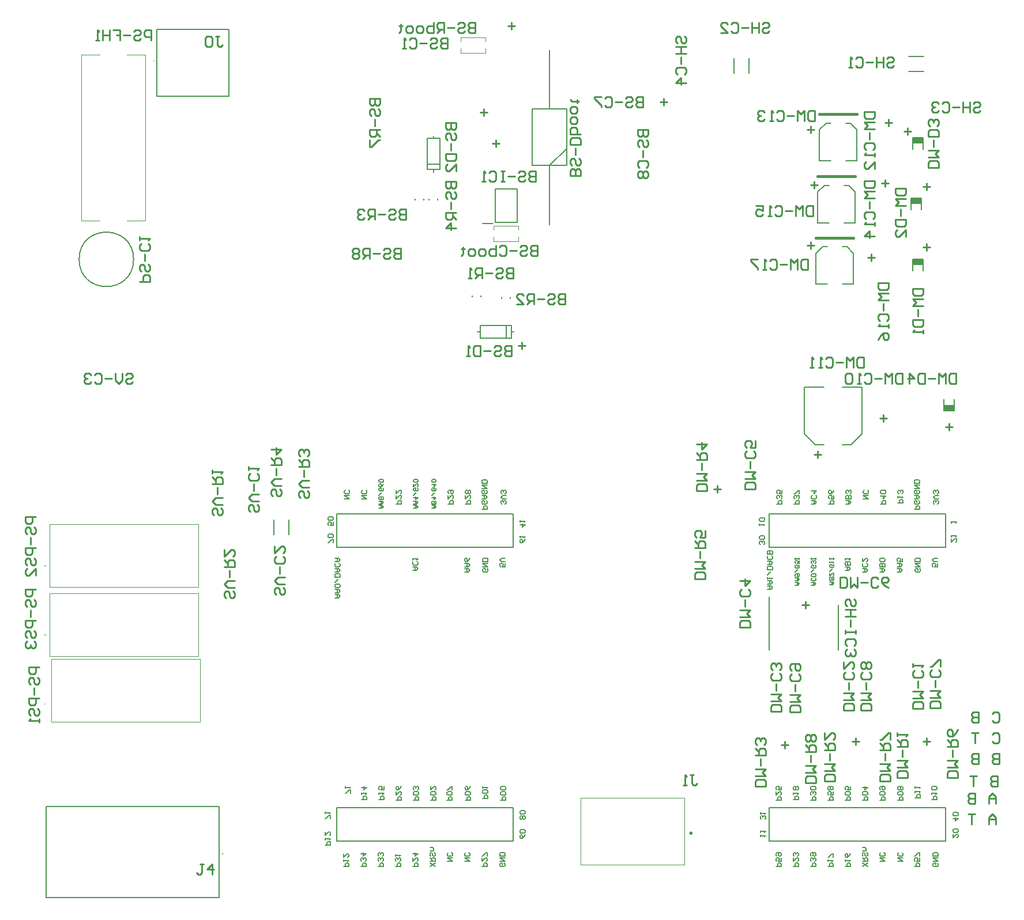
<source format=gbo>
G04*
G04 #@! TF.GenerationSoftware,Altium Limited,Altium Designer,21.2.2 (38)*
G04*
G04 Layer_Color=32896*
%FSLAX25Y25*%
%MOIN*%
G70*
G04*
G04 #@! TF.SameCoordinates,22A5B088-EC4E-48B5-A717-39959E060BC5*
G04*
G04*
G04 #@! TF.FilePolarity,Positive*
G04*
G01*
G75*
%ADD11C,0.00787*%
%ADD12C,0.00394*%
%ADD13C,0.00600*%
%ADD14C,0.01000*%
%ADD15C,0.00700*%
%ADD124C,0.01181*%
%ADD125C,0.01575*%
%ADD126R,0.06102X0.03347*%
D11*
X138205Y17000D02*
G03*
X137811Y17000I-197J0D01*
G01*
D02*
G03*
X138205Y17000I197J0D01*
G01*
D02*
G03*
X137811Y17000I-197J0D01*
G01*
X35331Y183606D02*
G03*
X35724Y183606I197J0D01*
G01*
D02*
G03*
X35331Y183606I-197J0D01*
G01*
Y143606D02*
G03*
X35724Y143606I197J0D01*
G01*
D02*
G03*
X35331Y143606I-197J0D01*
G01*
X86638Y361000D02*
G03*
X86638Y361000I-15748J0D01*
G01*
X260000Y430976D02*
Y432551D01*
Y411449D02*
Y413024D01*
X256634Y416094D02*
X263366D01*
X256240Y413024D02*
X263760D01*
X256240D02*
Y430976D01*
X263760D01*
Y413024D02*
Y430976D01*
X554949Y273248D02*
Y279941D01*
X561051Y273248D02*
Y279941D01*
X554949Y273248D02*
X561051D01*
X262461Y395248D02*
Y396035D01*
X257539Y395248D02*
Y396035D01*
X254461Y395248D02*
Y396035D01*
X249539Y395248D02*
Y396035D01*
X282539Y339248D02*
Y340035D01*
X287461Y339248D02*
Y340035D01*
X299539Y338248D02*
Y339035D01*
X304461Y338248D02*
Y339035D01*
X285461Y319000D02*
X287035D01*
X304988D02*
X306563D01*
X301917Y315634D02*
Y322366D01*
X304988Y315240D02*
Y322760D01*
X287035Y315240D02*
X304988D01*
X287035D02*
Y322760D01*
X304988D01*
X100228Y455331D02*
X141842D01*
Y494110D01*
X100228D02*
X141842D01*
X100228Y455331D02*
Y494110D01*
X535949Y396346D02*
X542051D01*
X535949Y389653D02*
Y396346D01*
X542051Y389653D02*
Y396346D01*
X536949Y360941D02*
X543051D01*
X536949Y354248D02*
Y360941D01*
X543051Y354248D02*
Y360941D01*
X485012Y368291D02*
X487669D01*
X481173Y364453D02*
X485012Y368291D01*
X498988D02*
X502827Y364453D01*
X496331Y368291D02*
X498988D01*
X481173Y346638D02*
Y364453D01*
Y346638D02*
X487669D01*
X496331D02*
X502827D01*
Y364453D01*
X486012Y403827D02*
X488669D01*
X482173Y399988D02*
X486012Y403827D01*
X499988D02*
X503827Y399988D01*
X497331Y403827D02*
X499988D01*
X482173Y382173D02*
Y399988D01*
Y382173D02*
X488669D01*
X497331D02*
X503827D01*
Y399988D01*
X487012Y439827D02*
X489669D01*
X483173Y435988D02*
X487012Y439827D01*
X500988D02*
X504827Y435988D01*
X498331Y439827D02*
X500988D01*
X483173Y418173D02*
Y435988D01*
Y418173D02*
X489669D01*
X498331D02*
X504827D01*
Y435988D01*
X536949Y431347D02*
X543051D01*
X536949Y424653D02*
Y431347D01*
X543051Y424653D02*
Y431347D01*
X534622Y478232D02*
X543284D01*
X534622Y469768D02*
X543284D01*
X442232Y468622D02*
Y477283D01*
X433768Y468622D02*
Y477283D01*
X306000Y194250D02*
Y213750D01*
X204000Y194250D02*
X306000D01*
X204000Y213750D02*
X306000D01*
X204000Y194250D02*
Y213750D01*
X306000Y24250D02*
Y43750D01*
X204000Y24250D02*
X306000D01*
X204000Y43750D02*
X306000D01*
X204000Y24250D02*
Y43750D01*
X454000Y194250D02*
Y213750D01*
Y194250D02*
X556000D01*
Y213750D01*
X454000D02*
X556000D01*
X454000Y43750D02*
X556000D01*
Y24250D02*
Y43750D01*
X454000Y24250D02*
X556000D01*
X454000D02*
Y43750D01*
X327000Y448138D02*
Y482193D01*
Y381209D02*
Y415264D01*
X336941Y425205D01*
X317059Y415264D02*
X336941D01*
X317059D02*
Y448138D01*
X336941D01*
Y415264D02*
Y448138D01*
X176232Y201622D02*
Y210283D01*
X167768Y201622D02*
Y210283D01*
X496315Y253736D02*
X501433D01*
X507732Y260035D01*
X474268D02*
X480567Y253736D01*
X485685D01*
X507732Y260035D02*
Y287201D01*
X496315D02*
X507732D01*
X474268D02*
X485685D01*
X474268Y260035D02*
Y287201D01*
X494000Y135008D02*
Y160992D01*
X454000Y135008D02*
Y165854D01*
X288319Y381842D02*
X294323D01*
X295701Y382354D02*
Y401646D01*
X308299D01*
Y382354D02*
Y401646D01*
X295701Y382354D02*
X308299D01*
X136000Y-8197D02*
Y44559D01*
X36000D02*
X136000D01*
X36000Y-8197D02*
Y44559D01*
Y-8197D02*
X136000D01*
D12*
X98535Y476000D02*
G03*
X98142Y476000I-197J0D01*
G01*
D02*
G03*
X98535Y476000I197J0D01*
G01*
X35189Y103638D02*
G03*
X35189Y104032I0J197D01*
G01*
D02*
G03*
X35189Y103638I0J-197D01*
G01*
X294756Y371472D02*
Y374031D01*
Y371472D02*
X308929D01*
Y374031D01*
X294756Y377969D02*
Y380528D01*
X308929D01*
Y377969D02*
Y380528D01*
X275756Y480472D02*
Y483032D01*
Y480472D02*
X289929D01*
Y483032D01*
X275756Y486969D02*
Y489528D01*
X289929D01*
Y486969D02*
Y489528D01*
X82874Y383480D02*
X93504D01*
Y479543D01*
X82874D02*
X93504D01*
X56496Y383480D02*
X67126D01*
X56496D02*
Y479543D01*
X67126D01*
X38087Y171402D02*
X123913D01*
Y207622D01*
X38087D02*
X123913D01*
X38087Y171402D02*
Y207622D01*
Y131402D02*
X123913D01*
Y167622D01*
X38087D02*
X123913D01*
X38087Y131402D02*
Y167622D01*
X39087Y93402D02*
X124913D01*
Y129622D01*
X39087D02*
X124913D01*
X39087Y93402D02*
Y129622D01*
X405000Y10890D02*
Y49472D01*
X345000Y10890D02*
X405000D01*
X345000D02*
Y49472D01*
X405000D01*
D13*
X489000Y172846D02*
X490666D01*
X491499Y173679D01*
X490666Y174512D01*
X489000D01*
X490250D01*
Y172846D01*
X491499Y175345D02*
X489000D01*
Y176595D01*
X489417Y177011D01*
X489833D01*
X490250Y176595D01*
Y175345D01*
Y176595D01*
X490666Y177011D01*
X491083D01*
X491499Y176595D01*
Y175345D01*
X489000Y179510D02*
Y177844D01*
X490666Y179510D01*
X491083D01*
X491499Y179094D01*
Y178261D01*
X491083Y177844D01*
X489000Y180343D02*
X490666Y182009D01*
X491083Y184509D02*
X491499Y184092D01*
Y183259D01*
X491083Y182843D01*
X489417D01*
X489000Y183259D01*
Y184092D01*
X489417Y184509D01*
X490250D01*
Y183676D01*
X489000Y185342D02*
Y186175D01*
Y185758D01*
X491499D01*
X491083Y185342D01*
X491499Y187424D02*
Y188258D01*
Y187841D01*
X489000D01*
Y187424D01*
Y188258D01*
X478500Y172429D02*
X480166D01*
X480999Y173262D01*
X480166Y174095D01*
X478500D01*
X479750D01*
Y172429D01*
X480583Y176595D02*
X480999Y176178D01*
Y175345D01*
X480583Y174928D01*
X478917D01*
X478500Y175345D01*
Y176178D01*
X478917Y176595D01*
X480583Y177428D02*
X480999Y177844D01*
Y178677D01*
X480583Y179094D01*
X478917D01*
X478500Y178677D01*
Y177844D01*
X478917Y177428D01*
X480583D01*
X478500Y179927D02*
X480166Y181593D01*
X480583Y184092D02*
X480999Y183676D01*
Y182843D01*
X480583Y182426D01*
X478917D01*
X478500Y182843D01*
Y183676D01*
X478917Y184092D01*
X479750D01*
Y183259D01*
X480583Y184925D02*
X480999Y185342D01*
Y186175D01*
X480583Y186591D01*
X480166D01*
X479750Y186175D01*
Y185758D01*
Y186175D01*
X479333Y186591D01*
X478917D01*
X478500Y186175D01*
Y185342D01*
X478917Y184925D01*
X480999Y187424D02*
Y188258D01*
Y187841D01*
X478500D01*
Y187424D01*
Y188258D01*
X469000Y172429D02*
X470666D01*
X471499Y173262D01*
X470666Y174095D01*
X469000D01*
X470250D01*
Y172429D01*
X469000Y174928D02*
X470666D01*
X471499Y175761D01*
X470666Y176595D01*
X469000D01*
X470250D01*
Y174928D01*
X469417Y177428D02*
X469000Y177844D01*
Y178677D01*
X469417Y179094D01*
X471083D01*
X471499Y178677D01*
Y177844D01*
X471083Y177428D01*
X470666D01*
X470250Y177844D01*
Y179094D01*
X469000Y179927D02*
X470666Y181593D01*
X471083Y184092D02*
X471499Y183676D01*
Y182843D01*
X471083Y182426D01*
X469417D01*
X469000Y182843D01*
Y183676D01*
X469417Y184092D01*
X470250D01*
Y183259D01*
X471499Y186591D02*
Y184925D01*
X470250D01*
X470666Y185758D01*
Y186175D01*
X470250Y186591D01*
X469417D01*
X469000Y186175D01*
Y185342D01*
X469417Y184925D01*
X471499Y187424D02*
Y188258D01*
Y187841D01*
X469000D01*
Y187424D01*
Y188258D01*
X228500Y216933D02*
X230166D01*
X230999Y217766D01*
X230166Y218599D01*
X228500D01*
X229750D01*
Y216933D01*
X228500Y219432D02*
X230166D01*
X230999Y220266D01*
X230166Y221098D01*
X228500D01*
X229750D01*
Y219432D01*
X230583Y221932D02*
X230999Y222348D01*
Y223181D01*
X230583Y223598D01*
X230166D01*
X229750Y223181D01*
X229333Y223598D01*
X228917D01*
X228500Y223181D01*
Y222348D01*
X228917Y221932D01*
X229333D01*
X229750Y222348D01*
X230166Y221932D01*
X230583D01*
X229750Y222348D02*
Y223181D01*
X228500Y224431D02*
X230166Y226097D01*
X230583Y228596D02*
X230999Y228180D01*
Y227346D01*
X230583Y226930D01*
X228917D01*
X228500Y227346D01*
Y228180D01*
X228917Y228596D01*
X229750D01*
Y227763D01*
X230999Y231095D02*
X230583Y230262D01*
X229750Y229429D01*
X228917D01*
X228500Y229846D01*
Y230679D01*
X228917Y231095D01*
X229333D01*
X229750Y230679D01*
Y229429D01*
X230999Y233178D02*
Y232345D01*
X230583Y231928D01*
X228917D01*
X228500Y232345D01*
Y233178D01*
X228917Y233594D01*
X230583D01*
X230999Y233178D01*
X248500Y216933D02*
X250166D01*
X250999Y217766D01*
X250166Y218599D01*
X248500D01*
X249750D01*
Y216933D01*
X248500Y219432D02*
X250166D01*
X250999Y220266D01*
X250166Y221098D01*
X248500D01*
X249750D01*
Y219432D01*
X248500Y223181D02*
X250999D01*
X249750Y221932D01*
Y223598D01*
X248500Y224431D02*
X250166Y226097D01*
X250583Y228596D02*
X250999Y228180D01*
Y227346D01*
X250583Y226930D01*
X248917D01*
X248500Y227346D01*
Y228180D01*
X248917Y228596D01*
X249750D01*
Y227763D01*
X248500Y231095D02*
Y229429D01*
X250166Y231095D01*
X250583D01*
X250999Y230679D01*
Y229846D01*
X250583Y229429D01*
X250999Y233178D02*
Y232345D01*
X250583Y231928D01*
X248917D01*
X248500Y232345D01*
Y233178D01*
X248917Y233594D01*
X250583D01*
X250999Y233178D01*
X259000Y216933D02*
X260666D01*
X261499Y217766D01*
X260666Y218599D01*
X259000D01*
X260250D01*
Y216933D01*
X261499Y219432D02*
X259000D01*
Y220682D01*
X259417Y221098D01*
X259833D01*
X260250Y220682D01*
Y219432D01*
Y220682D01*
X260666Y221098D01*
X261083D01*
X261499Y220682D01*
Y219432D01*
X259000Y223181D02*
X261499D01*
X260250Y221932D01*
Y223598D01*
X259000Y224431D02*
X260666Y226097D01*
X261083Y228596D02*
X261499Y228180D01*
Y227346D01*
X261083Y226930D01*
X259417D01*
X259000Y227346D01*
Y228180D01*
X259417Y228596D01*
X260250D01*
Y227763D01*
X259000Y230679D02*
X261499D01*
X260250Y229429D01*
Y231095D01*
X261499Y233178D02*
Y232345D01*
X261083Y231928D01*
X259417D01*
X259000Y232345D01*
Y233178D01*
X259417Y233594D01*
X261083D01*
X261499Y233178D01*
D14*
X521000Y439999D02*
X524999D01*
X522999Y441999D02*
Y438000D01*
X303000Y495999D02*
X306999D01*
X304999Y497999D02*
Y494000D01*
X294000Y427999D02*
X297999D01*
X295999Y429999D02*
Y426000D01*
X287000Y445999D02*
X290999D01*
X288999Y447999D02*
Y444000D01*
X309000Y310999D02*
X312999D01*
X310999Y312999D02*
Y309000D01*
X473000Y160999D02*
X476999D01*
X474999Y162999D02*
Y159000D01*
X543000Y81999D02*
X546999D01*
X544999Y83999D02*
Y80000D01*
X461000Y79999D02*
X464999D01*
X462999Y81999D02*
Y78000D01*
X502000Y81999D02*
X505999D01*
X503999Y83999D02*
Y80000D01*
X422000Y227999D02*
X425999D01*
X423999Y229999D02*
Y226000D01*
X556000Y263999D02*
X559999D01*
X557999Y265999D02*
Y262000D01*
X480000Y247999D02*
X483999D01*
X481999Y249999D02*
Y246000D01*
X518000Y268999D02*
X521999D01*
X519999Y270999D02*
Y267000D01*
X543000Y367999D02*
X546999D01*
X544999Y369999D02*
Y366000D01*
X511000Y361999D02*
X514999D01*
X512999Y363999D02*
Y360000D01*
X476000Y368999D02*
X479999D01*
X477999Y370999D02*
Y367000D01*
X543000Y402999D02*
X546999D01*
X544999Y404999D02*
Y401000D01*
X519000Y404999D02*
X522999D01*
X520999Y406999D02*
Y403000D01*
X478000Y403999D02*
X481999D01*
X479999Y405999D02*
Y402000D01*
X532000Y434999D02*
X535999D01*
X533999Y436999D02*
Y433000D01*
X476000Y435999D02*
X479999D01*
X477999Y437999D02*
Y434000D01*
X391000Y451999D02*
X394999D01*
X392999Y453999D02*
Y450000D01*
X583001Y97998D02*
X584001Y98998D01*
X586000D01*
X587000Y97998D01*
Y94000D01*
X586000Y93000D01*
X584001D01*
X583001Y94000D01*
X575004Y98998D02*
Y93000D01*
X572005D01*
X571005Y94000D01*
Y94999D01*
X572005Y95999D01*
X575004D01*
X572005D01*
X571005Y96999D01*
Y97998D01*
X572005Y98998D01*
X575004D01*
X583001Y85998D02*
X584001Y86998D01*
X586000D01*
X587000Y85998D01*
Y82000D01*
X586000Y81000D01*
X584001D01*
X583001Y82000D01*
X575004Y86998D02*
X571005D01*
X573004D01*
Y81000D01*
X587000Y74998D02*
Y69000D01*
X584001D01*
X583001Y70000D01*
Y70999D01*
X584001Y71999D01*
X587000D01*
X584001D01*
X583001Y72999D01*
Y73998D01*
X584001Y74998D01*
X587000D01*
X575004D02*
Y69000D01*
X572005D01*
X571005Y70000D01*
Y70999D01*
X572005Y71999D01*
X575004D01*
X572005D01*
X571005Y72999D01*
Y73998D01*
X572005Y74998D01*
X575004D01*
X586000Y61998D02*
Y56000D01*
X583001D01*
X582001Y57000D01*
Y57999D01*
X583001Y58999D01*
X586000D01*
X583001D01*
X582001Y59999D01*
Y60998D01*
X583001Y61998D01*
X586000D01*
X574004D02*
X570005D01*
X572005D01*
Y56000D01*
X585000Y46000D02*
Y49999D01*
X583001Y51998D01*
X581001Y49999D01*
Y46000D01*
Y48999D01*
X585000D01*
X573004Y51998D02*
Y46000D01*
X570005D01*
X569005Y47000D01*
Y47999D01*
X570005Y48999D01*
X573004D01*
X570005D01*
X569005Y49999D01*
Y50998D01*
X570005Y51998D01*
X573004D01*
X585000Y34000D02*
Y37999D01*
X583001Y39998D01*
X581001Y37999D01*
Y34000D01*
Y36999D01*
X585000D01*
X573004Y39998D02*
X569005D01*
X571004D01*
Y34000D01*
X319200Y411898D02*
Y405900D01*
X316201D01*
X315201Y406900D01*
Y407899D01*
X316201Y408899D01*
X319200D01*
X316201D01*
X315201Y409899D01*
Y410898D01*
X316201Y411898D01*
X319200D01*
X309203Y410898D02*
X310203Y411898D01*
X312202D01*
X313202Y410898D01*
Y409899D01*
X312202Y408899D01*
X310203D01*
X309203Y407899D01*
Y406900D01*
X310203Y405900D01*
X312202D01*
X313202Y406900D01*
X307204Y408899D02*
X303205D01*
X301206Y411898D02*
X299206D01*
X300206D01*
Y405900D01*
X301206D01*
X299206D01*
X292209Y410898D02*
X293208Y411898D01*
X295208D01*
X296207Y410898D01*
Y406900D01*
X295208Y405900D01*
X293208D01*
X292209Y406900D01*
X290209Y405900D02*
X288210D01*
X289210D01*
Y411898D01*
X290209Y410898D01*
X344999Y409409D02*
X339001D01*
Y412408D01*
X340001Y413407D01*
X341000D01*
X342000Y412408D01*
Y409409D01*
Y412408D01*
X343000Y413407D01*
X343999D01*
X344999Y412408D01*
Y409409D01*
X343999Y419406D02*
X344999Y418406D01*
Y416406D01*
X343999Y415407D01*
X343000D01*
X342000Y416406D01*
Y418406D01*
X341000Y419406D01*
X340001D01*
X339001Y418406D01*
Y416406D01*
X340001Y415407D01*
X342000Y421405D02*
Y425403D01*
X344999Y427403D02*
X339001D01*
Y430402D01*
X340001Y431402D01*
X343999D01*
X344999Y430402D01*
Y427403D01*
Y433401D02*
X339001D01*
Y436400D01*
X340001Y437400D01*
X341000D01*
X342000D01*
X343000Y436400D01*
Y433401D01*
X339001Y440399D02*
Y442398D01*
X340001Y443398D01*
X342000D01*
X343000Y442398D01*
Y440399D01*
X342000Y439399D01*
X340001D01*
X339001Y440399D01*
Y446397D02*
Y448396D01*
X340001Y449396D01*
X342000D01*
X343000Y448396D01*
Y446397D01*
X342000Y445397D01*
X340001D01*
X339001Y446397D01*
X343999Y452395D02*
X343000D01*
Y451395D01*
Y453395D01*
Y452395D01*
X340001D01*
X339001Y453395D01*
X267001Y439995D02*
X272999D01*
Y436996D01*
X271999Y435997D01*
X271000D01*
X270000Y436996D01*
Y439995D01*
Y436996D01*
X269000Y435997D01*
X268001D01*
X267001Y436996D01*
Y439995D01*
X268001Y429999D02*
X267001Y430998D01*
Y432998D01*
X268001Y433997D01*
X269000D01*
X270000Y432998D01*
Y430998D01*
X271000Y429999D01*
X271999D01*
X272999Y430998D01*
Y432998D01*
X271999Y433997D01*
X270000Y427999D02*
Y424001D01*
X267001Y422001D02*
X272999D01*
Y419002D01*
X271999Y418003D01*
X268001D01*
X267001Y419002D01*
Y422001D01*
X272999Y412005D02*
Y416003D01*
X269000Y412005D01*
X268001D01*
X267001Y413004D01*
Y415003D01*
X268001Y416003D01*
X304996Y310999D02*
Y305001D01*
X301997D01*
X300997Y306001D01*
Y307000D01*
X301997Y308000D01*
X304996D01*
X301997D01*
X300997Y309000D01*
Y309999D01*
X301997Y310999D01*
X304996D01*
X294999Y309999D02*
X295999Y310999D01*
X297998D01*
X298998Y309999D01*
Y309000D01*
X297998Y308000D01*
X295999D01*
X294999Y307000D01*
Y306001D01*
X295999Y305001D01*
X297998D01*
X298998Y306001D01*
X293000Y308000D02*
X289001D01*
X287002Y310999D02*
Y305001D01*
X284003D01*
X283003Y306001D01*
Y309999D01*
X284003Y310999D01*
X287002D01*
X281003Y305001D02*
X279004D01*
X280004D01*
Y310999D01*
X281003Y309999D01*
X319993Y368999D02*
Y363001D01*
X316994D01*
X315994Y364001D01*
Y365000D01*
X316994Y366000D01*
X319993D01*
X316994D01*
X315994Y367000D01*
Y367999D01*
X316994Y368999D01*
X319993D01*
X309996Y367999D02*
X310996Y368999D01*
X312995D01*
X313995Y367999D01*
Y367000D01*
X312995Y366000D01*
X310996D01*
X309996Y365000D01*
Y364001D01*
X310996Y363001D01*
X312995D01*
X313995Y364001D01*
X307997Y366000D02*
X303998D01*
X298000Y367999D02*
X299000Y368999D01*
X300999D01*
X301999Y367999D01*
Y364001D01*
X300999Y363001D01*
X299000D01*
X298000Y364001D01*
X296001Y368999D02*
Y363001D01*
X293002D01*
X292002Y364001D01*
Y365000D01*
Y366000D01*
X293002Y367000D01*
X296001D01*
X289003Y363001D02*
X287003D01*
X286004Y364001D01*
Y366000D01*
X287003Y367000D01*
X289003D01*
X290003Y366000D01*
Y364001D01*
X289003Y363001D01*
X283005D02*
X281006D01*
X280006Y364001D01*
Y366000D01*
X281006Y367000D01*
X283005D01*
X284004Y366000D01*
Y364001D01*
X283005Y363001D01*
X277007Y367999D02*
Y367000D01*
X278007D01*
X276007D01*
X277007D01*
Y364001D01*
X276007Y363001D01*
X267996Y488999D02*
Y483001D01*
X264997D01*
X263997Y484001D01*
Y485000D01*
X264997Y486000D01*
X267996D01*
X264997D01*
X263997Y487000D01*
Y487999D01*
X264997Y488999D01*
X267996D01*
X257999Y487999D02*
X258999Y488999D01*
X260998D01*
X261998Y487999D01*
Y487000D01*
X260998Y486000D01*
X258999D01*
X257999Y485000D01*
Y484001D01*
X258999Y483001D01*
X260998D01*
X261998Y484001D01*
X256000Y486000D02*
X252001D01*
X246003Y487999D02*
X247003Y488999D01*
X249002D01*
X250002Y487999D01*
Y484001D01*
X249002Y483001D01*
X247003D01*
X246003Y484001D01*
X244004Y483001D02*
X242004D01*
X243004D01*
Y488999D01*
X244004Y487999D01*
X170999Y228003D02*
X171999Y227004D01*
Y225004D01*
X170999Y224005D01*
X170000D01*
X169000Y225004D01*
Y227004D01*
X168000Y228003D01*
X167001D01*
X166001Y227004D01*
Y225004D01*
X167001Y224005D01*
X171999Y230003D02*
X168000D01*
X166001Y232002D01*
X168000Y234001D01*
X171999D01*
X169000Y236001D02*
Y239999D01*
X166001Y241999D02*
X171999D01*
Y244998D01*
X170999Y245997D01*
X169000D01*
X168000Y244998D01*
Y241999D01*
Y243998D02*
X166001Y245997D01*
Y250996D02*
X171999D01*
X169000Y247997D01*
Y251995D01*
X186999Y227003D02*
X187999Y226004D01*
Y224004D01*
X186999Y223005D01*
X186000D01*
X185000Y224004D01*
Y226004D01*
X184000Y227003D01*
X183001D01*
X182001Y226004D01*
Y224004D01*
X183001Y223005D01*
X187999Y229003D02*
X184000D01*
X182001Y231002D01*
X184000Y233001D01*
X187999D01*
X185000Y235001D02*
Y238999D01*
X182001Y240999D02*
X187999D01*
Y243998D01*
X186999Y244997D01*
X185000D01*
X184000Y243998D01*
Y240999D01*
Y242998D02*
X182001Y244997D01*
X186999Y246997D02*
X187999Y247996D01*
Y249996D01*
X186999Y250995D01*
X186000D01*
X185000Y249996D01*
Y248996D01*
Y249996D01*
X184000Y250995D01*
X183001D01*
X182001Y249996D01*
Y247996D01*
X183001Y246997D01*
X143999Y169003D02*
X144999Y168003D01*
Y166004D01*
X143999Y165005D01*
X143000D01*
X142000Y166004D01*
Y168003D01*
X141000Y169003D01*
X140001D01*
X139001Y168003D01*
Y166004D01*
X140001Y165005D01*
X144999Y171003D02*
X141000D01*
X139001Y173002D01*
X141000Y175001D01*
X144999D01*
X142000Y177001D02*
Y180999D01*
X139001Y182999D02*
X144999D01*
Y185998D01*
X143999Y186997D01*
X142000D01*
X141000Y185998D01*
Y182999D01*
Y184998D02*
X139001Y186997D01*
Y192996D02*
Y188997D01*
X143000Y192996D01*
X143999D01*
X144999Y191996D01*
Y189996D01*
X143999Y188997D01*
X136999Y217003D02*
X137999Y216003D01*
Y214004D01*
X136999Y213004D01*
X136000D01*
X135000Y214004D01*
Y216003D01*
X134000Y217003D01*
X133001D01*
X132001Y216003D01*
Y214004D01*
X133001Y213004D01*
X137999Y219002D02*
X134000D01*
X132001Y221002D01*
X134000Y223001D01*
X137999D01*
X135000Y225000D02*
Y228999D01*
X132001Y230998D02*
X137999D01*
Y233997D01*
X136999Y234997D01*
X135000D01*
X134000Y233997D01*
Y230998D01*
Y232998D02*
X132001Y234997D01*
Y236996D02*
Y238996D01*
Y237996D01*
X137999D01*
X136999Y236996D01*
X82201Y293998D02*
X83201Y294998D01*
X85200D01*
X86200Y293998D01*
Y292999D01*
X85200Y291999D01*
X83201D01*
X82201Y290999D01*
Y290000D01*
X83201Y289000D01*
X85200D01*
X86200Y290000D01*
X80202Y294998D02*
Y290999D01*
X78203Y289000D01*
X76203Y290999D01*
Y294998D01*
X74204Y291999D02*
X70205D01*
X64207Y293998D02*
X65207Y294998D01*
X67206D01*
X68206Y293998D01*
Y290000D01*
X67206Y289000D01*
X65207D01*
X64207Y290000D01*
X62208Y293998D02*
X61208Y294998D01*
X59209D01*
X58209Y293998D01*
Y292999D01*
X59209Y291999D01*
X60208D01*
X59209D01*
X58209Y290999D01*
Y290000D01*
X59209Y289000D01*
X61208D01*
X62208Y290000D01*
X172999Y171003D02*
X173999Y170003D01*
Y168004D01*
X172999Y167005D01*
X172000D01*
X171000Y168004D01*
Y170003D01*
X170000Y171003D01*
X169001D01*
X168001Y170003D01*
Y168004D01*
X169001Y167005D01*
X173999Y173003D02*
X170000D01*
X168001Y175002D01*
X170000Y177001D01*
X173999D01*
X171000Y179001D02*
Y182999D01*
X172999Y188997D02*
X173999Y187998D01*
Y185998D01*
X172999Y184999D01*
X169001D01*
X168001Y185998D01*
Y187998D01*
X169001Y188997D01*
X168001Y194995D02*
Y190997D01*
X172000Y194995D01*
X172999D01*
X173999Y193996D01*
Y191996D01*
X172999Y190997D01*
X157999Y219003D02*
X158999Y218003D01*
Y216004D01*
X157999Y215004D01*
X157000D01*
X156000Y216004D01*
Y218003D01*
X155000Y219003D01*
X154001D01*
X153001Y218003D01*
Y216004D01*
X154001Y215004D01*
X158999Y221002D02*
X155000D01*
X153001Y223002D01*
X155000Y225001D01*
X158999D01*
X156000Y227000D02*
Y230999D01*
X157999Y236997D02*
X158999Y235997D01*
Y233998D01*
X157999Y232998D01*
X154001D01*
X153001Y233998D01*
Y235997D01*
X154001Y236997D01*
X153001Y238996D02*
Y240996D01*
Y239996D01*
X158999D01*
X157999Y238996D01*
X29999Y169994D02*
X24001D01*
Y166996D01*
X25001Y165996D01*
X27000D01*
X28000Y166996D01*
Y169994D01*
X25001Y159998D02*
X24001Y160997D01*
Y162997D01*
X25001Y163996D01*
X26000D01*
X27000Y162997D01*
Y160997D01*
X28000Y159998D01*
X28999D01*
X29999Y160997D01*
Y162997D01*
X28999Y163996D01*
X27000Y157998D02*
Y154000D01*
X29999Y152000D02*
X24001D01*
Y149001D01*
X25001Y148002D01*
X27000D01*
X28000Y149001D01*
Y152000D01*
X25001Y142004D02*
X24001Y143003D01*
Y145003D01*
X25001Y146002D01*
X26000D01*
X27000Y145003D01*
Y143003D01*
X28000Y142004D01*
X28999D01*
X29999Y143003D01*
Y145003D01*
X28999Y146002D01*
X25001Y140004D02*
X24001Y139005D01*
Y137005D01*
X25001Y136005D01*
X26000D01*
X27000Y137005D01*
Y138005D01*
Y137005D01*
X28000Y136005D01*
X28999D01*
X29999Y137005D01*
Y139005D01*
X28999Y140004D01*
X31999Y124995D02*
X26001D01*
Y121996D01*
X27001Y120996D01*
X29000D01*
X30000Y121996D01*
Y124995D01*
X27001Y114998D02*
X26001Y115998D01*
Y117997D01*
X27001Y118997D01*
X28000D01*
X29000Y117997D01*
Y115998D01*
X30000Y114998D01*
X30999D01*
X31999Y115998D01*
Y117997D01*
X30999Y118997D01*
X29000Y112999D02*
Y109000D01*
X31999Y107001D02*
X26001D01*
Y104002D01*
X27001Y103002D01*
X29000D01*
X30000Y104002D01*
Y107001D01*
X27001Y97004D02*
X26001Y98004D01*
Y100003D01*
X27001Y101003D01*
X28000D01*
X29000Y100003D01*
Y98004D01*
X30000Y97004D01*
X30999D01*
X31999Y98004D01*
Y100003D01*
X30999Y101003D01*
X31999Y95004D02*
Y93005D01*
Y94005D01*
X26001D01*
X27001Y95004D01*
X499001Y160496D02*
X498001Y161496D01*
Y163495D01*
X499001Y164495D01*
X500000D01*
X501000Y163495D01*
Y161496D01*
X502000Y160496D01*
X502999D01*
X503999Y161496D01*
Y163495D01*
X502999Y164495D01*
X498001Y158497D02*
X503999D01*
X501000D01*
Y154498D01*
X498001D01*
X503999D01*
X501000Y152498D02*
Y148500D01*
X498001Y146501D02*
Y144501D01*
Y145501D01*
X503999D01*
Y146501D01*
Y144501D01*
X499001Y137503D02*
X498001Y138503D01*
Y140502D01*
X499001Y141502D01*
X502999D01*
X503999Y140502D01*
Y138503D01*
X502999Y137503D01*
X499001Y135504D02*
X498001Y134504D01*
Y132505D01*
X499001Y131505D01*
X500000D01*
X501000Y132505D01*
Y133505D01*
Y132505D01*
X502000Y131505D01*
X502999D01*
X503999Y132505D01*
Y134504D01*
X502999Y135504D01*
X401001Y485997D02*
X400001Y486996D01*
Y488996D01*
X401001Y489995D01*
X402000D01*
X403000Y488996D01*
Y486996D01*
X404000Y485997D01*
X404999D01*
X405999Y486996D01*
Y488996D01*
X404999Y489995D01*
X400001Y483997D02*
X405999D01*
X403000D01*
Y479999D01*
X400001D01*
X405999D01*
X403000Y477999D02*
Y474001D01*
X401001Y468003D02*
X400001Y469002D01*
Y471002D01*
X401001Y472001D01*
X404999D01*
X405999Y471002D01*
Y469002D01*
X404999Y468003D01*
X405999Y463004D02*
X400001D01*
X403000Y466003D01*
Y462005D01*
X571997Y450999D02*
X572996Y451999D01*
X574996D01*
X575995Y450999D01*
Y450000D01*
X574996Y449000D01*
X572996D01*
X571997Y448000D01*
Y447001D01*
X572996Y446001D01*
X574996D01*
X575995Y447001D01*
X569997Y451999D02*
Y446001D01*
Y449000D01*
X565999D01*
Y451999D01*
Y446001D01*
X563999Y449000D02*
X560001D01*
X554003Y450999D02*
X555002Y451999D01*
X557002D01*
X558001Y450999D01*
Y447001D01*
X557002Y446001D01*
X555002D01*
X554003Y447001D01*
X552003Y450999D02*
X551004Y451999D01*
X549004D01*
X548004Y450999D01*
Y450000D01*
X549004Y449000D01*
X550004D01*
X549004D01*
X548004Y448000D01*
Y447001D01*
X549004Y446001D01*
X551004D01*
X552003Y447001D01*
X449997Y496999D02*
X450996Y497999D01*
X452996D01*
X453996Y496999D01*
Y496000D01*
X452996Y495000D01*
X450996D01*
X449997Y494000D01*
Y493001D01*
X450996Y492001D01*
X452996D01*
X453996Y493001D01*
X447997Y497999D02*
Y492001D01*
Y495000D01*
X443999D01*
Y497999D01*
Y492001D01*
X441999Y495000D02*
X438001D01*
X432003Y496999D02*
X433002Y497999D01*
X435002D01*
X436001Y496999D01*
Y493001D01*
X435002Y492001D01*
X433002D01*
X432003Y493001D01*
X426005Y492001D02*
X430003D01*
X426005Y496000D01*
Y496999D01*
X427004Y497999D01*
X429003D01*
X430003Y496999D01*
X521997Y476999D02*
X522997Y477999D01*
X524996D01*
X525996Y476999D01*
Y476000D01*
X524996Y475000D01*
X522997D01*
X521997Y474000D01*
Y473001D01*
X522997Y472001D01*
X524996D01*
X525996Y473001D01*
X519998Y477999D02*
Y472001D01*
Y475000D01*
X515999D01*
Y477999D01*
Y472001D01*
X514000Y475000D02*
X510001D01*
X504003Y476999D02*
X505003Y477999D01*
X507002D01*
X508002Y476999D01*
Y473001D01*
X507002Y472001D01*
X505003D01*
X504003Y473001D01*
X502003Y472001D02*
X500004D01*
X501004D01*
Y477999D01*
X502003Y476999D01*
X29999Y211995D02*
X24001D01*
Y208996D01*
X25001Y207996D01*
X27000D01*
X28000Y208996D01*
Y211995D01*
X25001Y201998D02*
X24001Y202997D01*
Y204997D01*
X25001Y205996D01*
X26000D01*
X27000Y204997D01*
Y202997D01*
X28000Y201998D01*
X28999D01*
X29999Y202997D01*
Y204997D01*
X28999Y205996D01*
X27000Y199998D02*
Y196000D01*
X29999Y194000D02*
X24001D01*
Y191001D01*
X25001Y190002D01*
X27000D01*
X28000Y191001D01*
Y194000D01*
X25001Y184003D02*
X24001Y185003D01*
Y187003D01*
X25001Y188002D01*
X26000D01*
X27000Y187003D01*
Y185003D01*
X28000Y184003D01*
X28999D01*
X29999Y185003D01*
Y187003D01*
X28999Y188002D01*
X29999Y178006D02*
Y182004D01*
X26000Y178006D01*
X25001D01*
X24001Y179005D01*
Y181005D01*
X25001Y182004D01*
X96600Y487600D02*
Y493598D01*
X93601D01*
X92601Y492598D01*
Y490599D01*
X93601Y489599D01*
X96600D01*
X86603Y492598D02*
X87603Y493598D01*
X89602D01*
X90602Y492598D01*
Y491599D01*
X89602Y490599D01*
X87603D01*
X86603Y489599D01*
Y488600D01*
X87603Y487600D01*
X89602D01*
X90602Y488600D01*
X84604Y490599D02*
X80605D01*
X74607Y493598D02*
X78606D01*
Y490599D01*
X76607D01*
X78606D01*
Y487600D01*
X72608Y493598D02*
Y487600D01*
Y490599D01*
X68609D01*
Y493598D01*
Y487600D01*
X66610D02*
X64610D01*
X65610D01*
Y493598D01*
X66610Y492598D01*
X90001Y348004D02*
X95999D01*
Y351003D01*
X94999Y352003D01*
X93000D01*
X92000Y351003D01*
Y348004D01*
X94999Y358001D02*
X95999Y357001D01*
Y355002D01*
X94999Y354002D01*
X94000D01*
X93000Y355002D01*
Y357001D01*
X92000Y358001D01*
X91001D01*
X90001Y357001D01*
Y355002D01*
X91001Y354002D01*
X93000Y360000D02*
Y363999D01*
X94999Y369997D02*
X95999Y368997D01*
Y366998D01*
X94999Y365998D01*
X91001D01*
X90001Y366998D01*
Y368997D01*
X91001Y369997D01*
X90001Y371996D02*
Y373996D01*
Y372996D01*
X95999D01*
X94999Y371996D01*
X127000Y10999D02*
X125001D01*
X126001D01*
Y6001D01*
X125001Y5001D01*
X124001D01*
X123002Y6001D01*
X131999Y5001D02*
Y10999D01*
X129000Y8000D01*
X132998D01*
X134000Y489999D02*
X135999D01*
X134999D01*
Y485001D01*
X135999Y484001D01*
X136999D01*
X137998Y485001D01*
X132000Y488999D02*
X131001Y489999D01*
X129001D01*
X128002Y488999D01*
Y485001D01*
X129001Y484001D01*
X131001D01*
X132000Y485001D01*
Y488999D01*
X480999Y58004D02*
X475001D01*
Y61004D01*
X476001Y62003D01*
X479999D01*
X480999Y61004D01*
Y58004D01*
X475001Y64003D02*
X480999D01*
X479000Y66002D01*
X480999Y68001D01*
X475001D01*
X478000Y70001D02*
Y73999D01*
X475001Y75999D02*
X480999D01*
Y78998D01*
X479999Y79997D01*
X478000D01*
X477000Y78998D01*
Y75999D01*
Y77998D02*
X475001Y79997D01*
X479999Y81997D02*
X480999Y82996D01*
Y84996D01*
X479999Y85996D01*
X479000D01*
X478000Y84996D01*
X477000Y85996D01*
X476001D01*
X475001Y84996D01*
Y82996D01*
X476001Y81997D01*
X477000D01*
X478000Y82996D01*
X479000Y81997D01*
X479999D01*
X478000Y82996D02*
Y84996D01*
X523999Y59004D02*
X518001D01*
Y62003D01*
X519001Y63003D01*
X522999D01*
X523999Y62003D01*
Y59004D01*
X518001Y65003D02*
X523999D01*
X522000Y67002D01*
X523999Y69001D01*
X518001D01*
X521000Y71001D02*
Y74999D01*
X518001Y76999D02*
X523999D01*
Y79998D01*
X522999Y80997D01*
X521000D01*
X520000Y79998D01*
Y76999D01*
Y78998D02*
X518001Y80997D01*
X523999Y82997D02*
Y86996D01*
X522999D01*
X519001Y82997D01*
X518001D01*
X562999Y61005D02*
X557001D01*
Y64003D01*
X558001Y65003D01*
X561999D01*
X562999Y64003D01*
Y61005D01*
X557001Y67003D02*
X562999D01*
X561000Y69002D01*
X562999Y71001D01*
X557001D01*
X560000Y73001D02*
Y76999D01*
X557001Y78999D02*
X562999D01*
Y81998D01*
X561999Y82997D01*
X560000D01*
X559000Y81998D01*
Y78999D01*
Y80998D02*
X557001Y82997D01*
X562999Y88995D02*
X561999Y86996D01*
X560000Y84997D01*
X558001D01*
X557001Y85996D01*
Y87996D01*
X558001Y88995D01*
X559000D01*
X560000Y87996D01*
Y84997D01*
X416999Y176005D02*
X411001D01*
Y179004D01*
X412001Y180003D01*
X415999D01*
X416999Y179004D01*
Y176005D01*
X411001Y182003D02*
X416999D01*
X415000Y184002D01*
X416999Y186001D01*
X411001D01*
X414000Y188001D02*
Y191999D01*
X411001Y193999D02*
X416999D01*
Y196998D01*
X415999Y197997D01*
X414000D01*
X413000Y196998D01*
Y193999D01*
Y195998D02*
X411001Y197997D01*
X416999Y203995D02*
Y199997D01*
X414000D01*
X415000Y201996D01*
Y202996D01*
X414000Y203995D01*
X412001D01*
X411001Y202996D01*
Y200996D01*
X412001Y199997D01*
X417999Y227005D02*
X412001D01*
Y230004D01*
X413001Y231003D01*
X416999D01*
X417999Y230004D01*
Y227005D01*
X412001Y233003D02*
X417999D01*
X416000Y235002D01*
X417999Y237001D01*
X412001D01*
X415000Y239001D02*
Y242999D01*
X412001Y244999D02*
X417999D01*
Y247998D01*
X416999Y248997D01*
X415000D01*
X414000Y247998D01*
Y244999D01*
Y246998D02*
X412001Y248997D01*
Y253996D02*
X417999D01*
X415000Y250997D01*
Y254995D01*
X451999Y56005D02*
X446001D01*
Y59004D01*
X447001Y60003D01*
X450999D01*
X451999Y59004D01*
Y56005D01*
X446001Y62003D02*
X451999D01*
X450000Y64002D01*
X451999Y66001D01*
X446001D01*
X449000Y68001D02*
Y71999D01*
X446001Y73999D02*
X451999D01*
Y76998D01*
X450999Y77997D01*
X449000D01*
X448000Y76998D01*
Y73999D01*
Y75998D02*
X446001Y77997D01*
X450999Y79997D02*
X451999Y80997D01*
Y82996D01*
X450999Y83995D01*
X450000D01*
X449000Y82996D01*
Y81996D01*
Y82996D01*
X448000Y83995D01*
X447001D01*
X446001Y82996D01*
Y80997D01*
X447001Y79997D01*
X491999Y59004D02*
X486001D01*
Y62004D01*
X487001Y63003D01*
X490999D01*
X491999Y62004D01*
Y59004D01*
X486001Y65003D02*
X491999D01*
X490000Y67002D01*
X491999Y69001D01*
X486001D01*
X489000Y71001D02*
Y74999D01*
X486001Y76999D02*
X491999D01*
Y79998D01*
X490999Y80997D01*
X489000D01*
X488000Y79998D01*
Y76999D01*
Y78998D02*
X486001Y80997D01*
Y86996D02*
Y82997D01*
X490000Y86996D01*
X490999D01*
X491999Y85996D01*
Y83996D01*
X490999Y82997D01*
X533999Y61004D02*
X528001D01*
Y64003D01*
X529001Y65003D01*
X532999D01*
X533999Y64003D01*
Y61004D01*
X528001Y67002D02*
X533999D01*
X532000Y69002D01*
X533999Y71001D01*
X528001D01*
X531000Y73000D02*
Y76999D01*
X528001Y78998D02*
X533999D01*
Y81997D01*
X532999Y82997D01*
X531000D01*
X530000Y81997D01*
Y78998D01*
Y80998D02*
X528001Y82997D01*
Y84996D02*
Y86996D01*
Y85996D01*
X533999D01*
X532999Y84996D01*
X561996Y294999D02*
Y289001D01*
X558996D01*
X557997Y290001D01*
Y293999D01*
X558996Y294999D01*
X561996D01*
X555997Y289001D02*
Y294999D01*
X553998Y293000D01*
X551999Y294999D01*
Y289001D01*
X549999Y292000D02*
X546001D01*
X544001Y294999D02*
Y289001D01*
X541002D01*
X540003Y290001D01*
Y293999D01*
X541002Y294999D01*
X544001D01*
X535004Y289001D02*
Y294999D01*
X538003Y292000D01*
X534004D01*
X551999Y414005D02*
X546001D01*
Y417003D01*
X547001Y418003D01*
X550999D01*
X551999Y417003D01*
Y414005D01*
X546001Y420003D02*
X551999D01*
X550000Y422002D01*
X551999Y424001D01*
X546001D01*
X549000Y426001D02*
Y429999D01*
X551999Y431999D02*
X546001D01*
Y434998D01*
X547001Y435997D01*
X550999D01*
X551999Y434998D01*
Y431999D01*
X550999Y437997D02*
X551999Y438996D01*
Y440996D01*
X550999Y441995D01*
X550000D01*
X549000Y440996D01*
Y439996D01*
Y440996D01*
X548000Y441995D01*
X547001D01*
X546001Y440996D01*
Y438996D01*
X547001Y437997D01*
X527001Y401996D02*
X532999D01*
Y398996D01*
X531999Y397997D01*
X528001D01*
X527001Y398996D01*
Y401996D01*
X532999Y395997D02*
X527001D01*
X529000Y393998D01*
X527001Y391999D01*
X532999D01*
X530000Y389999D02*
Y386001D01*
X527001Y384001D02*
X532999D01*
Y381002D01*
X531999Y380003D01*
X528001D01*
X527001Y381002D01*
Y384001D01*
X532999Y374005D02*
Y378003D01*
X529000Y374005D01*
X528001D01*
X527001Y375004D01*
Y377004D01*
X528001Y378003D01*
X537001Y343996D02*
X542999D01*
Y340997D01*
X541999Y339997D01*
X538001D01*
X537001Y340997D01*
Y343996D01*
X542999Y337998D02*
X537001D01*
X539000Y335998D01*
X537001Y333999D01*
X542999D01*
X540000Y332000D02*
Y328001D01*
X537001Y326002D02*
X542999D01*
Y323003D01*
X541999Y322003D01*
X538001D01*
X537001Y323003D01*
Y326002D01*
X542999Y320004D02*
Y318004D01*
Y319004D01*
X537001D01*
X538001Y320004D01*
X476495Y360999D02*
Y355001D01*
X473496D01*
X472496Y356001D01*
Y359999D01*
X473496Y360999D01*
X476495D01*
X470497Y355001D02*
Y360999D01*
X468497Y359000D01*
X466498Y360999D01*
Y355001D01*
X464499Y358000D02*
X460500D01*
X454502Y359999D02*
X455502Y360999D01*
X457501D01*
X458500Y359999D01*
Y356001D01*
X457501Y355001D01*
X455502D01*
X454502Y356001D01*
X452502Y355001D02*
X450503D01*
X451503D01*
Y360999D01*
X452502Y359999D01*
X447504Y360999D02*
X443505D01*
Y359999D01*
X447504Y356001D01*
Y355001D01*
X517001Y347495D02*
X522999D01*
Y344496D01*
X521999Y343496D01*
X518001D01*
X517001Y344496D01*
Y347495D01*
X522999Y341497D02*
X517001D01*
X519000Y339497D01*
X517001Y337498D01*
X522999D01*
X520000Y335498D02*
Y331500D01*
X518001Y325502D02*
X517001Y326501D01*
Y328501D01*
X518001Y329501D01*
X521999D01*
X522999Y328501D01*
Y326501D01*
X521999Y325502D01*
X522999Y323502D02*
Y321503D01*
Y322503D01*
X517001D01*
X518001Y323502D01*
X517001Y314505D02*
X518001Y316505D01*
X520000Y318504D01*
X521999D01*
X522999Y317504D01*
Y315505D01*
X521999Y314505D01*
X521000D01*
X520000Y315505D01*
Y318504D01*
X479495Y391999D02*
Y386001D01*
X476496D01*
X475496Y387001D01*
Y390999D01*
X476496Y391999D01*
X479495D01*
X473497Y386001D02*
Y391999D01*
X471497Y390000D01*
X469498Y391999D01*
Y386001D01*
X467498Y389000D02*
X463500D01*
X457502Y390999D02*
X458501Y391999D01*
X460501D01*
X461501Y390999D01*
Y387001D01*
X460501Y386001D01*
X458501D01*
X457502Y387001D01*
X455502Y386001D02*
X453503D01*
X454503D01*
Y391999D01*
X455502Y390999D01*
X446505Y391999D02*
X450504D01*
Y389000D01*
X448505Y390000D01*
X447505D01*
X446505Y389000D01*
Y387001D01*
X447505Y386001D01*
X449504D01*
X450504Y387001D01*
X509001Y406495D02*
X514999D01*
Y403496D01*
X513999Y402496D01*
X510001D01*
X509001Y403496D01*
Y406495D01*
X514999Y400497D02*
X509001D01*
X511000Y398497D01*
X509001Y396498D01*
X514999D01*
X512000Y394498D02*
Y390500D01*
X510001Y384502D02*
X509001Y385502D01*
Y387501D01*
X510001Y388500D01*
X513999D01*
X514999Y387501D01*
Y385502D01*
X513999Y384502D01*
X514999Y382502D02*
Y380503D01*
Y381503D01*
X509001D01*
X510001Y382502D01*
X514999Y374505D02*
X509001D01*
X512000Y377504D01*
Y373505D01*
X480495Y446999D02*
Y441001D01*
X477496D01*
X476496Y442001D01*
Y445999D01*
X477496Y446999D01*
X480495D01*
X474497Y441001D02*
Y446999D01*
X472497Y445000D01*
X470498Y446999D01*
Y441001D01*
X468499Y444000D02*
X464500D01*
X458502Y445999D02*
X459502Y446999D01*
X461501D01*
X462500Y445999D01*
Y442001D01*
X461501Y441001D01*
X459502D01*
X458502Y442001D01*
X456502Y441001D02*
X454503D01*
X455503D01*
Y446999D01*
X456502Y445999D01*
X451504D02*
X450504Y446999D01*
X448505D01*
X447505Y445999D01*
Y445000D01*
X448505Y444000D01*
X449505D01*
X448505D01*
X447505Y443000D01*
Y442001D01*
X448505Y441001D01*
X450504D01*
X451504Y442001D01*
X509001Y446495D02*
X514999D01*
Y443496D01*
X513999Y442496D01*
X510001D01*
X509001Y443496D01*
Y446495D01*
X514999Y440497D02*
X509001D01*
X511000Y438497D01*
X509001Y436498D01*
X514999D01*
X512000Y434499D02*
Y430500D01*
X510001Y424502D02*
X509001Y425501D01*
Y427501D01*
X510001Y428501D01*
X513999D01*
X514999Y427501D01*
Y425501D01*
X513999Y424502D01*
X514999Y422502D02*
Y420503D01*
Y421503D01*
X509001D01*
X510001Y422502D01*
X514999Y413505D02*
Y417504D01*
X511000Y413505D01*
X510001D01*
X509001Y414505D01*
Y416504D01*
X510001Y417504D01*
X508800Y304398D02*
Y298400D01*
X505801D01*
X504801Y299400D01*
Y303398D01*
X505801Y304398D01*
X508800D01*
X502802Y298400D02*
Y304398D01*
X500803Y302399D01*
X498803Y304398D01*
Y298400D01*
X496804Y301399D02*
X492805D01*
X486807Y303398D02*
X487807Y304398D01*
X489806D01*
X490806Y303398D01*
Y299400D01*
X489806Y298400D01*
X487807D01*
X486807Y299400D01*
X484808Y298400D02*
X482808D01*
X483808D01*
Y304398D01*
X484808Y303398D01*
X479809Y298400D02*
X477810D01*
X478810D01*
Y304398D01*
X479809Y303398D01*
X531200Y295098D02*
Y289100D01*
X528201D01*
X527201Y290100D01*
Y294098D01*
X528201Y295098D01*
X531200D01*
X525202Y289100D02*
Y295098D01*
X523203Y293099D01*
X521203Y295098D01*
Y289100D01*
X519204Y292099D02*
X515205D01*
X509207Y294098D02*
X510207Y295098D01*
X512206D01*
X513206Y294098D01*
Y290100D01*
X512206Y289100D01*
X510207D01*
X509207Y290100D01*
X507208Y289100D02*
X505208D01*
X506208D01*
Y295098D01*
X507208Y294098D01*
X502209D02*
X501210Y295098D01*
X499210D01*
X498211Y294098D01*
Y290100D01*
X499210Y289100D01*
X501210D01*
X502209Y290100D01*
Y294098D01*
X471999Y99005D02*
X466001D01*
Y102004D01*
X467001Y103003D01*
X470999D01*
X471999Y102004D01*
Y99005D01*
X466001Y105003D02*
X471999D01*
X470000Y107002D01*
X471999Y109001D01*
X466001D01*
X469000Y111001D02*
Y114999D01*
X470999Y120997D02*
X471999Y119998D01*
Y117998D01*
X470999Y116999D01*
X467001D01*
X466001Y117998D01*
Y119998D01*
X467001Y120997D01*
Y122997D02*
X466001Y123996D01*
Y125996D01*
X467001Y126996D01*
X470999D01*
X471999Y125996D01*
Y123996D01*
X470999Y122997D01*
X470000D01*
X469000Y123996D01*
Y126996D01*
X512999Y100004D02*
X507001D01*
Y103004D01*
X508001Y104003D01*
X511999D01*
X512999Y103004D01*
Y100004D01*
X507001Y106003D02*
X512999D01*
X511000Y108002D01*
X512999Y110001D01*
X507001D01*
X510000Y112001D02*
Y115999D01*
X511999Y121997D02*
X512999Y120998D01*
Y118998D01*
X511999Y117999D01*
X508001D01*
X507001Y118998D01*
Y120998D01*
X508001Y121997D01*
X511999Y123997D02*
X512999Y124996D01*
Y126996D01*
X511999Y127996D01*
X511000D01*
X510000Y126996D01*
X509000Y127996D01*
X508001D01*
X507001Y126996D01*
Y124996D01*
X508001Y123997D01*
X509000D01*
X510000Y124996D01*
X511000Y123997D01*
X511999D01*
X510000Y124996D02*
Y126996D01*
X552999Y101363D02*
X547001D01*
Y104362D01*
X548001Y105361D01*
X551999D01*
X552999Y104362D01*
Y101363D01*
X547001Y107361D02*
X552999D01*
X551000Y109360D01*
X552999Y111360D01*
X547001D01*
X550000Y113359D02*
Y117358D01*
X551999Y123356D02*
X552999Y122356D01*
Y120357D01*
X551999Y119357D01*
X548001D01*
X547001Y120357D01*
Y122356D01*
X548001Y123356D01*
X552999Y125355D02*
Y129354D01*
X551999D01*
X548001Y125355D01*
X547001D01*
X495005Y171001D02*
Y176999D01*
X498004D01*
X499003Y175999D01*
Y172001D01*
X498004Y171001D01*
X495005D01*
X501003Y176999D02*
Y171001D01*
X503002Y173000D01*
X505001Y171001D01*
Y176999D01*
X507001Y174000D02*
X510999D01*
X516997Y172001D02*
X515998Y171001D01*
X513998D01*
X512999Y172001D01*
Y175999D01*
X513998Y176999D01*
X515998D01*
X516997Y175999D01*
X522996Y171001D02*
X520996Y172001D01*
X518997Y174000D01*
Y175999D01*
X519997Y176999D01*
X521996D01*
X522996Y175999D01*
Y175000D01*
X521996Y174000D01*
X518997D01*
X445999Y228005D02*
X440001D01*
Y231004D01*
X441001Y232003D01*
X444999D01*
X445999Y231004D01*
Y228005D01*
X440001Y234003D02*
X445999D01*
X444000Y236002D01*
X445999Y238001D01*
X440001D01*
X443000Y240001D02*
Y243999D01*
X444999Y249997D02*
X445999Y248998D01*
Y246998D01*
X444999Y245999D01*
X441001D01*
X440001Y246998D01*
Y248998D01*
X441001Y249997D01*
X445999Y255995D02*
Y251997D01*
X443000D01*
X444000Y253996D01*
Y254996D01*
X443000Y255995D01*
X441001D01*
X440001Y254996D01*
Y252996D01*
X441001Y251997D01*
X442999Y148004D02*
X437001D01*
Y151004D01*
X438001Y152003D01*
X441999D01*
X442999Y151004D01*
Y148004D01*
X437001Y154003D02*
X442999D01*
X441000Y156002D01*
X442999Y158001D01*
X437001D01*
X440000Y160001D02*
Y163999D01*
X441999Y169997D02*
X442999Y168998D01*
Y166998D01*
X441999Y165999D01*
X438001D01*
X437001Y166998D01*
Y168998D01*
X438001Y169997D01*
X437001Y174996D02*
X442999D01*
X440000Y171997D01*
Y175996D01*
X460999Y99288D02*
X455001D01*
Y102287D01*
X456001Y103287D01*
X459999D01*
X460999Y102287D01*
Y99288D01*
X455001Y105286D02*
X460999D01*
X459000Y107285D01*
X460999Y109285D01*
X455001D01*
X458000Y111284D02*
Y115283D01*
X459999Y121281D02*
X460999Y120281D01*
Y118282D01*
X459999Y117282D01*
X456001D01*
X455001Y118282D01*
Y120281D01*
X456001Y121281D01*
X459999Y123280D02*
X460999Y124280D01*
Y126279D01*
X459999Y127279D01*
X459000D01*
X458000Y126279D01*
Y125280D01*
Y126279D01*
X457000Y127279D01*
X456001D01*
X455001Y126279D01*
Y124280D01*
X456001Y123280D01*
X502999Y100004D02*
X497001D01*
Y103004D01*
X498001Y104003D01*
X501999D01*
X502999Y103004D01*
Y100004D01*
X497001Y106003D02*
X502999D01*
X501000Y108002D01*
X502999Y110001D01*
X497001D01*
X500000Y112001D02*
Y115999D01*
X501999Y121997D02*
X502999Y120998D01*
Y118998D01*
X501999Y117999D01*
X498001D01*
X497001Y118998D01*
Y120998D01*
X498001Y121997D01*
X497001Y127996D02*
Y123997D01*
X501000Y127996D01*
X501999D01*
X502999Y126996D01*
Y124996D01*
X501999Y123997D01*
X542999Y101004D02*
X537001D01*
Y104003D01*
X538001Y105003D01*
X541999D01*
X542999Y104003D01*
Y101004D01*
X537001Y107002D02*
X542999D01*
X541000Y109002D01*
X542999Y111001D01*
X537001D01*
X540000Y113000D02*
Y116999D01*
X541999Y122997D02*
X542999Y121997D01*
Y119998D01*
X541999Y118998D01*
X538001D01*
X537001Y119998D01*
Y121997D01*
X538001Y122997D01*
X537001Y124996D02*
Y126996D01*
Y125996D01*
X542999D01*
X541999Y124996D01*
X283993Y497999D02*
Y492001D01*
X280994D01*
X279994Y493001D01*
Y494000D01*
X280994Y495000D01*
X283993D01*
X280994D01*
X279994Y496000D01*
Y496999D01*
X280994Y497999D01*
X283993D01*
X273996Y496999D02*
X274996Y497999D01*
X276995D01*
X277995Y496999D01*
Y496000D01*
X276995Y495000D01*
X274996D01*
X273996Y494000D01*
Y493001D01*
X274996Y492001D01*
X276995D01*
X277995Y493001D01*
X271997Y495000D02*
X267998D01*
X265999Y492001D02*
Y497999D01*
X263000D01*
X262000Y496999D01*
Y495000D01*
X263000Y494000D01*
X265999D01*
X263999D02*
X262000Y492001D01*
X260001Y497999D02*
Y492001D01*
X257002D01*
X256002Y493001D01*
Y494000D01*
Y495000D01*
X257002Y496000D01*
X260001D01*
X253003Y492001D02*
X251004D01*
X250004Y493001D01*
Y495000D01*
X251004Y496000D01*
X253003D01*
X254003Y495000D01*
Y493001D01*
X253003Y492001D01*
X247005D02*
X245005D01*
X244006Y493001D01*
Y495000D01*
X245005Y496000D01*
X247005D01*
X248005Y495000D01*
Y493001D01*
X247005Y492001D01*
X241007Y496999D02*
Y496000D01*
X242006D01*
X240007D01*
X241007D01*
Y493001D01*
X240007Y492001D01*
X241200Y367398D02*
Y361400D01*
X238201D01*
X237201Y362400D01*
Y363399D01*
X238201Y364399D01*
X241200D01*
X238201D01*
X237201Y365399D01*
Y366398D01*
X238201Y367398D01*
X241200D01*
X231203Y366398D02*
X232203Y367398D01*
X234202D01*
X235202Y366398D01*
Y365399D01*
X234202Y364399D01*
X232203D01*
X231203Y363399D01*
Y362400D01*
X232203Y361400D01*
X234202D01*
X235202Y362400D01*
X229204Y364399D02*
X225205D01*
X223206Y361400D02*
Y367398D01*
X220207D01*
X219207Y366398D01*
Y364399D01*
X220207Y363399D01*
X223206D01*
X221206D02*
X219207Y361400D01*
X217208Y366398D02*
X216208Y367398D01*
X214209D01*
X213209Y366398D01*
Y365399D01*
X214209Y364399D01*
X213209Y363399D01*
Y362400D01*
X214209Y361400D01*
X216208D01*
X217208Y362400D01*
Y363399D01*
X216208Y364399D01*
X217208Y365399D01*
Y366398D01*
X216208Y364399D02*
X214209D01*
X223001Y453996D02*
X228999D01*
Y450996D01*
X227999Y449997D01*
X227000D01*
X226000Y450996D01*
Y453996D01*
Y450996D01*
X225000Y449997D01*
X224001D01*
X223001Y450996D01*
Y453996D01*
X224001Y443999D02*
X223001Y444998D01*
Y446998D01*
X224001Y447997D01*
X225000D01*
X226000Y446998D01*
Y444998D01*
X227000Y443999D01*
X227999D01*
X228999Y444998D01*
Y446998D01*
X227999Y447997D01*
X226000Y441999D02*
Y438001D01*
X228999Y436001D02*
X223001D01*
Y433002D01*
X224001Y432003D01*
X226000D01*
X227000Y433002D01*
Y436001D01*
Y434002D02*
X228999Y432003D01*
X223001Y430003D02*
Y426005D01*
X224001D01*
X227999Y430003D01*
X228999D01*
X267001Y405996D02*
X272999D01*
Y402996D01*
X271999Y401997D01*
X271000D01*
X270000Y402996D01*
Y405996D01*
Y402996D01*
X269000Y401997D01*
X268001D01*
X267001Y402996D01*
Y405996D01*
X268001Y395999D02*
X267001Y396998D01*
Y398998D01*
X268001Y399997D01*
X269000D01*
X270000Y398998D01*
Y396998D01*
X271000Y395999D01*
X271999D01*
X272999Y396998D01*
Y398998D01*
X271999Y399997D01*
X270000Y393999D02*
Y390001D01*
X272999Y388001D02*
X267001D01*
Y385002D01*
X268001Y384003D01*
X270000D01*
X271000Y385002D01*
Y388001D01*
Y386002D02*
X272999Y384003D01*
Y379004D02*
X267001D01*
X270000Y382003D01*
Y378005D01*
X243995Y389999D02*
Y384001D01*
X240996D01*
X239997Y385001D01*
Y386000D01*
X240996Y387000D01*
X243995D01*
X240996D01*
X239997Y388000D01*
Y388999D01*
X240996Y389999D01*
X243995D01*
X233999Y388999D02*
X234998Y389999D01*
X236998D01*
X237997Y388999D01*
Y388000D01*
X236998Y387000D01*
X234998D01*
X233999Y386000D01*
Y385001D01*
X234998Y384001D01*
X236998D01*
X237997Y385001D01*
X231999Y387000D02*
X228001D01*
X226001Y384001D02*
Y389999D01*
X223002D01*
X222003Y388999D01*
Y387000D01*
X223002Y386000D01*
X226001D01*
X224002D02*
X222003Y384001D01*
X220003Y388999D02*
X219004Y389999D01*
X217004D01*
X216004Y388999D01*
Y388000D01*
X217004Y387000D01*
X218004D01*
X217004D01*
X216004Y386000D01*
Y385001D01*
X217004Y384001D01*
X219004D01*
X220003Y385001D01*
X335996Y340999D02*
Y335001D01*
X332996D01*
X331997Y336001D01*
Y337000D01*
X332996Y338000D01*
X335996D01*
X332996D01*
X331997Y339000D01*
Y339999D01*
X332996Y340999D01*
X335996D01*
X325999Y339999D02*
X326998Y340999D01*
X328998D01*
X329997Y339999D01*
Y339000D01*
X328998Y338000D01*
X326998D01*
X325999Y337000D01*
Y336001D01*
X326998Y335001D01*
X328998D01*
X329997Y336001D01*
X323999Y338000D02*
X320001D01*
X318001Y335001D02*
Y340999D01*
X315002D01*
X314003Y339999D01*
Y338000D01*
X315002Y337000D01*
X318001D01*
X316002D02*
X314003Y335001D01*
X308004D02*
X312003D01*
X308004Y339000D01*
Y339999D01*
X309004Y340999D01*
X311003D01*
X312003Y339999D01*
X305996Y355999D02*
Y350001D01*
X302997D01*
X301997Y351001D01*
Y352000D01*
X302997Y353000D01*
X305996D01*
X302997D01*
X301997Y354000D01*
Y354999D01*
X302997Y355999D01*
X305996D01*
X295999Y354999D02*
X296999Y355999D01*
X298998D01*
X299998Y354999D01*
Y354000D01*
X298998Y353000D01*
X296999D01*
X295999Y352000D01*
Y351001D01*
X296999Y350001D01*
X298998D01*
X299998Y351001D01*
X294000Y353000D02*
X290001D01*
X288002Y350001D02*
Y355999D01*
X285003D01*
X284003Y354999D01*
Y353000D01*
X285003Y352000D01*
X288002D01*
X286002D02*
X284003Y350001D01*
X282003D02*
X280004D01*
X281004D01*
Y355999D01*
X282003Y354999D01*
X378001Y435995D02*
X383999D01*
Y432996D01*
X382999Y431997D01*
X382000D01*
X381000Y432996D01*
Y435995D01*
Y432996D01*
X380000Y431997D01*
X379001D01*
X378001Y432996D01*
Y435995D01*
X379001Y425999D02*
X378001Y426998D01*
Y428998D01*
X379001Y429997D01*
X380000D01*
X381000Y428998D01*
Y426998D01*
X382000Y425999D01*
X382999D01*
X383999Y426998D01*
Y428998D01*
X382999Y429997D01*
X381000Y423999D02*
Y420001D01*
X379001Y414003D02*
X378001Y415002D01*
Y417002D01*
X379001Y418001D01*
X382999D01*
X383999Y417002D01*
Y415002D01*
X382999Y414003D01*
X379001Y412003D02*
X378001Y411003D01*
Y409004D01*
X379001Y408005D01*
X380000D01*
X381000Y409004D01*
X382000Y408005D01*
X382999D01*
X383999Y409004D01*
Y411003D01*
X382999Y412003D01*
X382000D01*
X381000Y411003D01*
X380000Y412003D01*
X379001D01*
X381000Y411003D02*
Y409004D01*
X380995Y454999D02*
Y449001D01*
X377996D01*
X376997Y450001D01*
Y451000D01*
X377996Y452000D01*
X380995D01*
X377996D01*
X376997Y453000D01*
Y453999D01*
X377996Y454999D01*
X380995D01*
X370999Y453999D02*
X371998Y454999D01*
X373998D01*
X374997Y453999D01*
Y453000D01*
X373998Y452000D01*
X371998D01*
X370999Y451000D01*
Y450001D01*
X371998Y449001D01*
X373998D01*
X374997Y450001D01*
X368999Y452000D02*
X365001D01*
X359003Y453999D02*
X360002Y454999D01*
X362002D01*
X363001Y453999D01*
Y450001D01*
X362002Y449001D01*
X360002D01*
X359003Y450001D01*
X357003Y454999D02*
X353005D01*
Y453999D01*
X357003Y450001D01*
Y449001D01*
X408401Y62598D02*
X410401D01*
X409401D01*
Y57600D01*
X410401Y56600D01*
X411400D01*
X412400Y57600D01*
X406402Y56600D02*
X404403D01*
X405402D01*
Y62598D01*
X406402Y61598D01*
D15*
X453000Y170000D02*
X454999D01*
X455999Y171000D01*
X454999Y171999D01*
X453000D01*
X454499D01*
Y170000D01*
X453000Y172999D02*
X454999D01*
X455999Y173999D01*
X454999Y174998D01*
X453000D01*
X454499D01*
Y172999D01*
X453000Y175998D02*
Y176998D01*
Y176498D01*
X455999D01*
X455499Y175998D01*
X453000Y178497D02*
X454999Y180497D01*
X455999Y181496D02*
X453000D01*
Y182996D01*
X453500Y183496D01*
X455499D01*
X455999Y182996D01*
Y181496D01*
X453000Y184495D02*
X454999D01*
X455999Y185495D01*
X454999Y186495D01*
X453000D01*
X454499D01*
Y184495D01*
X455499Y189494D02*
X455999Y188994D01*
Y187994D01*
X455499Y187494D01*
X453500D01*
X453000Y187994D01*
Y188994D01*
X453500Y189494D01*
X455999Y190493D02*
X453000D01*
Y191993D01*
X453500Y192493D01*
X454000D01*
X454499Y191993D01*
Y190493D01*
Y191993D01*
X454999Y192493D01*
X455499D01*
X455999Y191993D01*
Y190493D01*
X478500Y219497D02*
X480499D01*
X481499Y220497D01*
X480499Y221496D01*
X478500D01*
X479999D01*
Y219497D01*
X480999Y224496D02*
X481499Y223996D01*
Y222996D01*
X480999Y222496D01*
X479000D01*
X478500Y222996D01*
Y223996D01*
X479000Y224496D01*
X478500Y226995D02*
X481499D01*
X479999Y225495D01*
Y227495D01*
X498500Y219497D02*
X500499D01*
X501499Y220497D01*
X500499Y221496D01*
X498500D01*
X500000D01*
Y219497D01*
X501499Y222496D02*
X498500D01*
Y223996D01*
X499000Y224496D01*
X499500D01*
X500000Y223996D01*
Y222496D01*
Y223996D01*
X500499Y224496D01*
X500999D01*
X501499Y223996D01*
Y222496D01*
X500999Y225495D02*
X501499Y225995D01*
Y226995D01*
X500999Y227495D01*
X500499D01*
X500000Y226995D01*
Y226495D01*
Y226995D01*
X499500Y227495D01*
X499000D01*
X498500Y226995D01*
Y225995D01*
X499000Y225495D01*
X508500Y222496D02*
X511499D01*
X508500Y224496D01*
X511499D01*
X510999Y227495D02*
X511499Y226995D01*
Y225995D01*
X510999Y225495D01*
X509000D01*
X508500Y225995D01*
Y226995D01*
X509000Y227495D01*
X528000Y180160D02*
X529999D01*
X530999Y181160D01*
X529999Y182159D01*
X528000D01*
X529499D01*
Y180160D01*
X528000Y183159D02*
X529999D01*
X530999Y184159D01*
X529999Y185158D01*
X528000D01*
X529499D01*
Y183159D01*
X530999Y188157D02*
Y186158D01*
X529499D01*
X529999Y187158D01*
Y187658D01*
X529499Y188157D01*
X528500D01*
X528000Y187658D01*
Y186658D01*
X528500Y186158D01*
X518000Y180160D02*
X519999D01*
X520999Y181160D01*
X519999Y182159D01*
X518000D01*
X519499D01*
Y180160D01*
X520999Y183159D02*
X518000D01*
Y184659D01*
X518500Y185158D01*
X519000D01*
X519499Y184659D01*
Y183159D01*
Y184659D01*
X519999Y185158D01*
X520499D01*
X520999Y184659D01*
Y183159D01*
X520499Y186158D02*
X520999Y186658D01*
Y187658D01*
X520499Y188157D01*
X518500D01*
X518000Y187658D01*
Y186658D01*
X518500Y186158D01*
X520499D01*
X508000Y180160D02*
X509999D01*
X510999Y181160D01*
X509999Y182159D01*
X508000D01*
X509500D01*
Y180160D01*
X510499Y185158D02*
X510999Y184659D01*
Y183659D01*
X510499Y183159D01*
X508500D01*
X508000Y183659D01*
Y184659D01*
X508500Y185158D01*
X508000Y188157D02*
Y186158D01*
X509999Y188157D01*
X510499D01*
X510999Y187658D01*
Y186658D01*
X510499Y186158D01*
X498000Y181160D02*
X499999D01*
X500999Y182159D01*
X499999Y183159D01*
X498000D01*
X499500D01*
Y181160D01*
X500999Y184159D02*
X498000D01*
Y185658D01*
X498500Y186158D01*
X499000D01*
X499500Y185658D01*
Y184159D01*
Y185658D01*
X499999Y186158D01*
X500499D01*
X500999Y185658D01*
Y184159D01*
X498000Y187158D02*
Y188157D01*
Y187658D01*
X500999D01*
X500499Y187158D01*
X538000Y216500D02*
X540999D01*
Y218000D01*
X540499Y218499D01*
X539500D01*
X539000Y218000D01*
Y216500D01*
X540499Y221498D02*
X540999Y220999D01*
Y219999D01*
X540499Y219499D01*
X538500D01*
X538000Y219999D01*
Y220999D01*
X538500Y221498D01*
X539500D01*
Y220499D01*
X538000Y222498D02*
X539999D01*
X540999Y223498D01*
X539999Y224497D01*
X538000D01*
X539500D01*
Y222498D01*
X540499Y227496D02*
X540999Y226997D01*
Y225997D01*
X540499Y225497D01*
X538500D01*
X538000Y225997D01*
Y226997D01*
X538500Y227496D01*
X539500D01*
Y226497D01*
X538000Y228496D02*
X540999D01*
X538000Y230496D01*
X540999D01*
Y231495D02*
X538000D01*
Y232995D01*
X538500Y233494D01*
X540499D01*
X540999Y232995D01*
Y231495D01*
X528500Y219997D02*
X531499D01*
Y221497D01*
X530999Y221996D01*
X529999D01*
X529500Y221497D01*
Y219997D01*
X528500Y222996D02*
Y223996D01*
Y223496D01*
X531499D01*
X530999Y222996D01*
Y225495D02*
X531499Y225995D01*
Y226995D01*
X530999Y227495D01*
X530499D01*
X529999Y226995D01*
Y226495D01*
Y226995D01*
X529500Y227495D01*
X529000D01*
X528500Y226995D01*
Y225995D01*
X529000Y225495D01*
X518500Y219497D02*
X521499D01*
Y220997D01*
X520999Y221496D01*
X520000D01*
X519500Y220997D01*
Y219497D01*
X518500Y223996D02*
X521499D01*
X520000Y222496D01*
Y224496D01*
X520999Y225495D02*
X521499Y225995D01*
Y226995D01*
X520999Y227495D01*
X519000D01*
X518500Y226995D01*
Y225995D01*
X519000Y225495D01*
X520999D01*
X488500Y219497D02*
X491499D01*
Y220997D01*
X490999Y221496D01*
X489999D01*
X489500Y220997D01*
Y219497D01*
X491499Y224496D02*
Y222496D01*
X489999D01*
X490499Y223496D01*
Y223996D01*
X489999Y224496D01*
X489000D01*
X488500Y223996D01*
Y222996D01*
X489000Y222496D01*
X491499Y227495D02*
X490999Y226495D01*
X489999Y225495D01*
X489000D01*
X488500Y225995D01*
Y226995D01*
X489000Y227495D01*
X489500D01*
X489999Y226995D01*
Y225495D01*
X468500Y219497D02*
X471499D01*
Y220997D01*
X470999Y221496D01*
X470000D01*
X469500Y220997D01*
Y219497D01*
X470999Y222496D02*
X471499Y222996D01*
Y223996D01*
X470999Y224496D01*
X470499D01*
X470000Y223996D01*
Y223496D01*
Y223996D01*
X469500Y224496D01*
X469000D01*
X468500Y223996D01*
Y222996D01*
X469000Y222496D01*
X471499Y225495D02*
Y227495D01*
X470999D01*
X469000Y225495D01*
X468500D01*
X458500Y219497D02*
X461499D01*
Y220997D01*
X460999Y221496D01*
X460000D01*
X459500Y220997D01*
Y219497D01*
X460999Y222496D02*
X461499Y222996D01*
Y223996D01*
X460999Y224496D01*
X460499D01*
X460000Y223996D01*
Y223496D01*
Y223996D01*
X459500Y224496D01*
X459000D01*
X458500Y223996D01*
Y222996D01*
X459000Y222496D01*
X461499Y227495D02*
Y225495D01*
X460000D01*
X460499Y226495D01*
Y226995D01*
X460000Y227495D01*
X459000D01*
X458500Y226995D01*
Y225995D01*
X459000Y225495D01*
X208500Y222496D02*
X211499D01*
X208500Y224496D01*
X211499D01*
X210999Y227495D02*
X211499Y226995D01*
Y225995D01*
X210999Y225495D01*
X209000D01*
X208500Y225995D01*
Y226995D01*
X209000Y227495D01*
X218500Y222496D02*
X221499D01*
X218500Y224496D01*
X221499D01*
X220999Y227495D02*
X221499Y226995D01*
Y225995D01*
X220999Y225495D01*
X219000D01*
X218500Y225995D01*
Y226995D01*
X219000Y227495D01*
X238500Y219497D02*
X241499D01*
Y220997D01*
X240999Y221496D01*
X240000D01*
X239500Y220997D01*
Y219497D01*
X238500Y224496D02*
Y222496D01*
X240499Y224496D01*
X240999D01*
X241499Y223996D01*
Y222996D01*
X240999Y222496D01*
X238500Y227495D02*
Y225495D01*
X240499Y227495D01*
X240999D01*
X241499Y226995D01*
Y225995D01*
X240999Y225495D01*
X268500Y219497D02*
X271499D01*
Y220997D01*
X270999Y221496D01*
X270000D01*
X269500Y220997D01*
Y219497D01*
X268500Y224496D02*
Y222496D01*
X270499Y224496D01*
X270999D01*
X271499Y223996D01*
Y222996D01*
X270999Y222496D01*
X269000Y225495D02*
X268500Y225995D01*
Y226995D01*
X269000Y227495D01*
X270999D01*
X271499Y226995D01*
Y225995D01*
X270999Y225495D01*
X270499D01*
X270000Y225995D01*
Y227495D01*
X278500Y219497D02*
X281499D01*
Y220997D01*
X280999Y221496D01*
X279999D01*
X279500Y220997D01*
Y219497D01*
X278500Y224496D02*
Y222496D01*
X280499Y224496D01*
X280999D01*
X281499Y223996D01*
Y222996D01*
X280999Y222496D01*
Y225495D02*
X281499Y225995D01*
Y226995D01*
X280999Y227495D01*
X280499D01*
X279999Y226995D01*
X279500Y227495D01*
X279000D01*
X278500Y226995D01*
Y225995D01*
X279000Y225495D01*
X279500D01*
X279999Y225995D01*
X280499Y225495D01*
X280999D01*
X279999Y225995D02*
Y226995D01*
X288000Y216500D02*
X290999D01*
Y218000D01*
X290499Y218499D01*
X289499D01*
X289000Y218000D01*
Y216500D01*
X290499Y221498D02*
X290999Y220999D01*
Y219999D01*
X290499Y219499D01*
X288500D01*
X288000Y219999D01*
Y220999D01*
X288500Y221498D01*
X289499D01*
Y220499D01*
X288000Y222498D02*
X289999D01*
X290999Y223498D01*
X289999Y224497D01*
X288000D01*
X289499D01*
Y222498D01*
X290499Y227496D02*
X290999Y226997D01*
Y225997D01*
X290499Y225497D01*
X288500D01*
X288000Y225997D01*
Y226997D01*
X288500Y227496D01*
X289499D01*
Y226497D01*
X288000Y228496D02*
X290999D01*
X288000Y230496D01*
X290999D01*
Y231495D02*
X288000D01*
Y232995D01*
X288500Y233494D01*
X290499D01*
X290999Y232995D01*
Y231495D01*
X203000Y165165D02*
X204999D01*
X205999Y166165D01*
X204999Y167164D01*
X203000D01*
X204500D01*
Y165165D01*
X203000Y168164D02*
X204999D01*
X205999Y169164D01*
X204999Y170163D01*
X203000D01*
X204500D01*
Y168164D01*
X205499Y171163D02*
X205999Y171663D01*
Y172662D01*
X205499Y173162D01*
X203500D01*
X203000Y172662D01*
Y171663D01*
X203500Y171163D01*
X205499D01*
X203000Y174162D02*
X204999Y176161D01*
X205999Y177161D02*
X203000D01*
Y178661D01*
X203500Y179160D01*
X205499D01*
X205999Y178661D01*
Y177161D01*
X203000Y180160D02*
X204999D01*
X205999Y181160D01*
X204999Y182159D01*
X203000D01*
X204500D01*
Y180160D01*
X205499Y185158D02*
X205999Y184659D01*
Y183659D01*
X205499Y183159D01*
X203500D01*
X203000Y183659D01*
Y184659D01*
X203500Y185158D01*
X203000Y186158D02*
X204999D01*
X205999Y187158D01*
X204999Y188157D01*
X203000D01*
X204500D01*
Y186158D01*
X248000Y181160D02*
X249999D01*
X250999Y182159D01*
X249999Y183159D01*
X248000D01*
X249500D01*
Y181160D01*
X250499Y186158D02*
X250999Y185658D01*
Y184659D01*
X250499Y184159D01*
X248500D01*
X248000Y184659D01*
Y185658D01*
X248500Y186158D01*
X248000Y187158D02*
Y188157D01*
Y187658D01*
X250999D01*
X250499Y187158D01*
X278000Y180160D02*
X279999D01*
X280999Y181160D01*
X279999Y182159D01*
X278000D01*
X279500D01*
Y180160D01*
X278000Y183159D02*
X279999D01*
X280999Y184159D01*
X279999Y185158D01*
X278000D01*
X279500D01*
Y183159D01*
X280999Y188157D02*
X280499Y187158D01*
X279500Y186158D01*
X278500D01*
X278000Y186658D01*
Y187658D01*
X278500Y188157D01*
X279000D01*
X279500Y187658D01*
Y186158D01*
X288000Y9688D02*
X290999D01*
Y11187D01*
X290499Y11687D01*
X289499D01*
X289000Y11187D01*
Y9688D01*
X288000Y14686D02*
Y12687D01*
X289999Y14686D01*
X290499D01*
X290999Y14187D01*
Y13187D01*
X290499Y12687D01*
X290999Y15686D02*
Y17685D01*
X290499D01*
X288500Y15686D01*
X288000D01*
X278000Y12687D02*
X280999D01*
X278000Y14686D01*
X280999D01*
X280499Y17685D02*
X280999Y17186D01*
Y16186D01*
X280499Y15686D01*
X278500D01*
X278000Y16186D01*
Y17186D01*
X278500Y17685D01*
X268000Y12687D02*
X270999D01*
X268000Y14686D01*
X270999D01*
X270499Y17685D02*
X270999Y17186D01*
Y16186D01*
X270499Y15686D01*
X268500D01*
X268000Y16186D01*
Y17186D01*
X268500Y17685D01*
X260999Y9688D02*
X258000Y11687D01*
X260999D02*
X258000Y9688D01*
Y12687D02*
X260999D01*
Y14187D01*
X260499Y14686D01*
X259500D01*
X259000Y14187D01*
Y12687D01*
Y13687D02*
X258000Y14686D01*
X260499Y17685D02*
X260999Y17186D01*
Y16186D01*
X260499Y15686D01*
X259999D01*
X259500Y16186D01*
Y17186D01*
X259000Y17685D01*
X258500D01*
X258000Y17186D01*
Y16186D01*
X258500Y15686D01*
X258000Y18685D02*
X259999D01*
Y20185D01*
X259500Y20684D01*
X258000D01*
X248000Y9688D02*
X250999D01*
Y11187D01*
X250499Y11687D01*
X249500D01*
X249000Y11187D01*
Y9688D01*
X248000Y14686D02*
Y12687D01*
X249999Y14686D01*
X250499D01*
X250999Y14187D01*
Y13187D01*
X250499Y12687D01*
X248000Y17186D02*
X250999D01*
X249500Y15686D01*
Y17685D01*
X238000Y9688D02*
X240999D01*
Y11187D01*
X240499Y11687D01*
X239499D01*
X239000Y11187D01*
Y9688D01*
X240499Y12687D02*
X240999Y13187D01*
Y14187D01*
X240499Y14686D01*
X239999D01*
X239499Y14187D01*
Y13687D01*
Y14187D01*
X239000Y14686D01*
X238500D01*
X238000Y14187D01*
Y13187D01*
X238500Y12687D01*
X238000Y15686D02*
Y16686D01*
Y16186D01*
X240999D01*
X240499Y15686D01*
X228000Y9688D02*
X230999D01*
Y11187D01*
X230499Y11687D01*
X229500D01*
X229000Y11187D01*
Y9688D01*
X230499Y12687D02*
X230999Y13187D01*
Y14187D01*
X230499Y14686D01*
X229999D01*
X229500Y14187D01*
Y13687D01*
Y14187D01*
X229000Y14686D01*
X228500D01*
X228000Y14187D01*
Y13187D01*
X228500Y12687D01*
X230499Y15686D02*
X230999Y16186D01*
Y17186D01*
X230499Y17685D01*
X229999D01*
X229500Y17186D01*
Y16686D01*
Y17186D01*
X229000Y17685D01*
X228500D01*
X228000Y17186D01*
Y16186D01*
X228500Y15686D01*
X218000Y9688D02*
X220999D01*
Y11187D01*
X220499Y11687D01*
X219499D01*
X219000Y11187D01*
Y9688D01*
X220499Y12687D02*
X220999Y13187D01*
Y14187D01*
X220499Y14686D01*
X219999D01*
X219499Y14187D01*
Y13687D01*
Y14187D01*
X219000Y14686D01*
X218500D01*
X218000Y14187D01*
Y13187D01*
X218500Y12687D01*
X218000Y17186D02*
X220999D01*
X219499Y15686D01*
Y17685D01*
X208000Y9688D02*
X210999D01*
Y11187D01*
X210499Y11687D01*
X209500D01*
X209000Y11187D01*
Y9688D01*
X208000Y12687D02*
Y13687D01*
Y13187D01*
X210999D01*
X210499Y12687D01*
X208000Y17186D02*
Y15186D01*
X209999Y17186D01*
X210499D01*
X210999Y16686D01*
Y15686D01*
X210499Y15186D01*
X298866Y48017D02*
X301865D01*
Y49517D01*
X301365Y50017D01*
X300365D01*
X299865Y49517D01*
Y48017D01*
X301365Y51016D02*
X301865Y51516D01*
Y52516D01*
X301365Y53016D01*
X299365D01*
X298866Y52516D01*
Y51516D01*
X299365Y51016D01*
X301365D01*
Y54015D02*
X301865Y54515D01*
Y55515D01*
X301365Y56015D01*
X299365D01*
X298866Y55515D01*
Y54515D01*
X299365Y54015D01*
X301365D01*
X288366Y49017D02*
X291365D01*
Y50517D01*
X290865Y51016D01*
X289865D01*
X289365Y50517D01*
Y49017D01*
X290865Y52016D02*
X291365Y52516D01*
Y53516D01*
X290865Y54015D01*
X288865D01*
X288366Y53516D01*
Y52516D01*
X288865Y52016D01*
X290865D01*
X288366Y55015D02*
Y56015D01*
Y55515D01*
X291365D01*
X290865Y55015D01*
X278366Y48017D02*
X281365D01*
Y49517D01*
X280865Y50017D01*
X279865D01*
X279365Y49517D01*
Y48017D01*
X280865Y51016D02*
X281365Y51516D01*
Y52516D01*
X280865Y53016D01*
X278865D01*
X278366Y52516D01*
Y51516D01*
X278865Y51016D01*
X280865D01*
X281365Y56015D02*
X280865Y55015D01*
X279865Y54015D01*
X278865D01*
X278366Y54515D01*
Y55515D01*
X278865Y56015D01*
X279365D01*
X279865Y55515D01*
Y54015D01*
X267866Y48017D02*
X270865D01*
Y49517D01*
X270365Y50017D01*
X269365D01*
X268865Y49517D01*
Y48017D01*
X270365Y51016D02*
X270865Y51516D01*
Y52516D01*
X270365Y53016D01*
X268365D01*
X267866Y52516D01*
Y51516D01*
X268365Y51016D01*
X270365D01*
X270865Y54015D02*
Y56015D01*
X270365D01*
X268365Y54015D01*
X267866D01*
X258366Y48017D02*
X261365D01*
Y49517D01*
X260865Y50017D01*
X259865D01*
X259365Y49517D01*
Y48017D01*
X260865Y51016D02*
X261365Y51516D01*
Y52516D01*
X260865Y53016D01*
X258865D01*
X258366Y52516D01*
Y51516D01*
X258865Y51016D01*
X260865D01*
X258366Y56015D02*
Y54015D01*
X260365Y56015D01*
X260865D01*
X261365Y55515D01*
Y54515D01*
X260865Y54015D01*
X248366Y48017D02*
X251365D01*
Y49517D01*
X250865Y50017D01*
X249865D01*
X249365Y49517D01*
Y48017D01*
X250865Y51016D02*
X251365Y51516D01*
Y52516D01*
X250865Y53016D01*
X248865D01*
X248366Y52516D01*
Y51516D01*
X248865Y51016D01*
X250865D01*
Y54015D02*
X251365Y54515D01*
Y55515D01*
X250865Y56015D01*
X250365D01*
X249865Y55515D01*
Y55015D01*
Y55515D01*
X249365Y56015D01*
X248865D01*
X248366Y55515D01*
Y54515D01*
X248865Y54015D01*
X238366Y48017D02*
X241365D01*
Y49517D01*
X240865Y50017D01*
X239865D01*
X239365Y49517D01*
Y48017D01*
X238366Y53016D02*
Y51016D01*
X240365Y53016D01*
X240865D01*
X241365Y52516D01*
Y51516D01*
X240865Y51016D01*
X241365Y56015D02*
X240865Y55015D01*
X239865Y54015D01*
X238865D01*
X238366Y54515D01*
Y55515D01*
X238865Y56015D01*
X239365D01*
X239865Y55515D01*
Y54015D01*
X228366Y48517D02*
X231365D01*
Y50017D01*
X230865Y50517D01*
X229865D01*
X229365Y50017D01*
Y48517D01*
X228366Y51516D02*
Y52516D01*
Y52016D01*
X231365D01*
X230865Y51516D01*
X231365Y56015D02*
Y54015D01*
X229865D01*
X230365Y55015D01*
Y55515D01*
X229865Y56015D01*
X228865D01*
X228366Y55515D01*
Y54515D01*
X228865Y54015D01*
X218366Y48517D02*
X221365D01*
Y50017D01*
X220865Y50517D01*
X219865D01*
X219365Y50017D01*
Y48517D01*
X218366Y51516D02*
Y52516D01*
Y52016D01*
X221365D01*
X220865Y51516D01*
X218366Y55515D02*
X221365D01*
X219865Y54015D01*
Y56015D01*
X458000Y48017D02*
X460999D01*
Y49517D01*
X460499Y50017D01*
X459500D01*
X459000Y49517D01*
Y48017D01*
X458000Y53016D02*
Y51016D01*
X459999Y53016D01*
X460499D01*
X460999Y52516D01*
Y51516D01*
X460499Y51016D01*
X460999Y56015D02*
Y54015D01*
X459500D01*
X459999Y55015D01*
Y55515D01*
X459500Y56015D01*
X458500D01*
X458000Y55515D01*
Y54515D01*
X458500Y54015D01*
X468000Y48517D02*
X470999D01*
Y50017D01*
X470499Y50517D01*
X469499D01*
X469000Y50017D01*
Y48517D01*
X468000Y51516D02*
Y52516D01*
Y52016D01*
X470999D01*
X470499Y51516D01*
Y54015D02*
X470999Y54515D01*
Y55515D01*
X470499Y56015D01*
X469999D01*
X469499Y55515D01*
X469000Y56015D01*
X468500D01*
X468000Y55515D01*
Y54515D01*
X468500Y54015D01*
X469000D01*
X469499Y54515D01*
X469999Y54015D01*
X470499D01*
X469499Y54515D02*
Y55515D01*
X478000Y48017D02*
X480999D01*
Y49517D01*
X480499Y50017D01*
X479499D01*
X479000Y49517D01*
Y48017D01*
X480499Y51016D02*
X480999Y51516D01*
Y52516D01*
X480499Y53016D01*
X479999D01*
X479499Y52516D01*
Y52016D01*
Y52516D01*
X479000Y53016D01*
X478500D01*
X478000Y52516D01*
Y51516D01*
X478500Y51016D01*
X480499Y54015D02*
X480999Y54515D01*
Y55515D01*
X480499Y56015D01*
X478500D01*
X478000Y55515D01*
Y54515D01*
X478500Y54015D01*
X480499D01*
X488000Y48017D02*
X490999D01*
Y49517D01*
X490499Y50017D01*
X489500D01*
X489000Y49517D01*
Y48017D01*
X490999Y53016D02*
Y51016D01*
X489500D01*
X489999Y52016D01*
Y52516D01*
X489500Y53016D01*
X488500D01*
X488000Y52516D01*
Y51516D01*
X488500Y51016D01*
X490499Y54015D02*
X490999Y54515D01*
Y55515D01*
X490499Y56015D01*
X489999D01*
X489500Y55515D01*
X489000Y56015D01*
X488500D01*
X488000Y55515D01*
Y54515D01*
X488500Y54015D01*
X489000D01*
X489500Y54515D01*
X489999Y54015D01*
X490499D01*
X489500Y54515D02*
Y55515D01*
X498000Y48017D02*
X500999D01*
Y49517D01*
X500499Y50017D01*
X499500D01*
X499000Y49517D01*
Y48017D01*
X500499Y51016D02*
X500999Y51516D01*
Y52516D01*
X500499Y53016D01*
X498500D01*
X498000Y52516D01*
Y51516D01*
X498500Y51016D01*
X500499D01*
X500999Y56015D02*
Y54015D01*
X499500D01*
X499999Y55015D01*
Y55515D01*
X499500Y56015D01*
X498500D01*
X498000Y55515D01*
Y54515D01*
X498500Y54015D01*
X508000Y48017D02*
X510999D01*
Y49517D01*
X510499Y50017D01*
X509500D01*
X509000Y49517D01*
Y48017D01*
X510499Y51016D02*
X510999Y51516D01*
Y52516D01*
X510499Y53016D01*
X508500D01*
X508000Y52516D01*
Y51516D01*
X508500Y51016D01*
X510499D01*
X508000Y55515D02*
X510999D01*
X509500Y54015D01*
Y56015D01*
X518000Y48017D02*
X520999D01*
Y49517D01*
X520499Y50017D01*
X519499D01*
X519000Y49517D01*
Y48017D01*
X520499Y51016D02*
X520999Y51516D01*
Y52516D01*
X520499Y53016D01*
X518500D01*
X518000Y52516D01*
Y51516D01*
X518500Y51016D01*
X520499D01*
X518500Y54015D02*
X518000Y54515D01*
Y55515D01*
X518500Y56015D01*
X520499D01*
X520999Y55515D01*
Y54515D01*
X520499Y54015D01*
X519999D01*
X519499Y54515D01*
Y56015D01*
X528500Y48017D02*
X531499D01*
Y49517D01*
X530999Y50017D01*
X529999D01*
X529500Y49517D01*
Y48017D01*
X530999Y51016D02*
X531499Y51516D01*
Y52516D01*
X530999Y53016D01*
X529000D01*
X528500Y52516D01*
Y51516D01*
X529000Y51016D01*
X530999D01*
Y54015D02*
X531499Y54515D01*
Y55515D01*
X530999Y56015D01*
X530499D01*
X529999Y55515D01*
X529500Y56015D01*
X529000D01*
X528500Y55515D01*
Y54515D01*
X529000Y54015D01*
X529500D01*
X529999Y54515D01*
X530499Y54015D01*
X530999D01*
X529999Y54515D02*
Y55515D01*
X538500Y49517D02*
X541499D01*
Y51016D01*
X540999Y51516D01*
X539999D01*
X539500Y51016D01*
Y49517D01*
X538500Y52516D02*
Y53516D01*
Y53016D01*
X541499D01*
X540999Y52516D01*
X538500Y55015D02*
Y56015D01*
Y55515D01*
X541499D01*
X540999Y55015D01*
X548000Y48517D02*
X550999D01*
Y50017D01*
X550499Y50517D01*
X549500D01*
X549000Y50017D01*
Y48517D01*
X548000Y51516D02*
Y52516D01*
Y52016D01*
X550999D01*
X550499Y51516D01*
Y54015D02*
X550999Y54515D01*
Y55515D01*
X550499Y56015D01*
X548500D01*
X548000Y55515D01*
Y54515D01*
X548500Y54015D01*
X550499D01*
X458000Y9688D02*
X460999D01*
Y11187D01*
X460499Y11687D01*
X459500D01*
X459000Y11187D01*
Y9688D01*
X460999Y14686D02*
Y12687D01*
X459500D01*
X459999Y13687D01*
Y14187D01*
X459500Y14686D01*
X458500D01*
X458000Y14187D01*
Y13187D01*
X458500Y12687D01*
Y15686D02*
X458000Y16186D01*
Y17186D01*
X458500Y17685D01*
X460499D01*
X460999Y17186D01*
Y16186D01*
X460499Y15686D01*
X459999D01*
X459500Y16186D01*
Y17685D01*
X468000Y9688D02*
X470999D01*
Y11187D01*
X470499Y11687D01*
X469499D01*
X469000Y11187D01*
Y9688D01*
X468000Y14686D02*
Y12687D01*
X469999Y14686D01*
X470499D01*
X470999Y14187D01*
Y13187D01*
X470499Y12687D01*
Y15686D02*
X470999Y16186D01*
Y17186D01*
X470499Y17685D01*
X469999D01*
X469499Y17186D01*
Y16686D01*
Y17186D01*
X469000Y17685D01*
X468500D01*
X468000Y17186D01*
Y16186D01*
X468500Y15686D01*
X478000Y9688D02*
X480999D01*
Y11187D01*
X480499Y11687D01*
X479499D01*
X479000Y11187D01*
Y9688D01*
X480499Y12687D02*
X480999Y13187D01*
Y14187D01*
X480499Y14686D01*
X479999D01*
X479499Y14187D01*
Y13687D01*
Y14187D01*
X479000Y14686D01*
X478500D01*
X478000Y14187D01*
Y13187D01*
X478500Y12687D01*
Y15686D02*
X478000Y16186D01*
Y17186D01*
X478500Y17685D01*
X480499D01*
X480999Y17186D01*
Y16186D01*
X480499Y15686D01*
X479999D01*
X479499Y16186D01*
Y17685D01*
X488000Y9688D02*
X490999D01*
Y11187D01*
X490499Y11687D01*
X489500D01*
X489000Y11187D01*
Y9688D01*
X488000Y12687D02*
Y13687D01*
Y13187D01*
X490999D01*
X490499Y12687D01*
X490999Y15186D02*
Y17186D01*
X490499D01*
X488500Y15186D01*
X488000D01*
X498000Y9688D02*
X500999D01*
Y11187D01*
X500499Y11687D01*
X499500D01*
X499000Y11187D01*
Y9688D01*
X498000Y12687D02*
Y13687D01*
Y13187D01*
X500999D01*
X500499Y12687D01*
X500999Y17186D02*
X500499Y16186D01*
X499500Y15186D01*
X498500D01*
X498000Y15686D01*
Y16686D01*
X498500Y17186D01*
X499000D01*
X499500Y16686D01*
Y15186D01*
X510999Y9688D02*
X508000Y11687D01*
X510999D02*
X508000Y9688D01*
Y12687D02*
X510999D01*
Y14187D01*
X510499Y14686D01*
X509500D01*
X509000Y14187D01*
Y12687D01*
Y13687D02*
X508000Y14686D01*
X510499Y17685D02*
X510999Y17186D01*
Y16186D01*
X510499Y15686D01*
X509999D01*
X509500Y16186D01*
Y17186D01*
X509000Y17685D01*
X508500D01*
X508000Y17186D01*
Y16186D01*
X508500Y15686D01*
X508000Y18685D02*
X509999D01*
Y20185D01*
X509500Y20684D01*
X508000D01*
X518000Y12687D02*
X520999D01*
X518000Y14686D01*
X520999D01*
X520499Y17685D02*
X520999Y17186D01*
Y16186D01*
X520499Y15686D01*
X518500D01*
X518000Y16186D01*
Y17186D01*
X518500Y17685D01*
X528500Y12687D02*
X531499D01*
X528500Y14686D01*
X531499D01*
X530999Y17685D02*
X531499Y17186D01*
Y16186D01*
X530999Y15686D01*
X529000D01*
X528500Y16186D01*
Y17186D01*
X529000Y17685D01*
X538000Y9688D02*
X540999D01*
Y11187D01*
X540499Y11687D01*
X539500D01*
X539000Y11187D01*
Y9688D01*
X540999Y14686D02*
Y12687D01*
X539500D01*
X539999Y13687D01*
Y14187D01*
X539500Y14686D01*
X538500D01*
X538000Y14187D01*
Y13187D01*
X538500Y12687D01*
X540999Y15686D02*
Y17685D01*
X540499D01*
X538500Y15686D01*
X538000D01*
X312999Y27999D02*
X312499Y27000D01*
X311500Y26000D01*
X310500D01*
X310000Y26500D01*
Y27499D01*
X310500Y27999D01*
X311000D01*
X311500Y27499D01*
Y26000D01*
X312499Y28999D02*
X312999Y29499D01*
Y30499D01*
X312499Y30998D01*
X310500D01*
X310000Y30499D01*
Y29499D01*
X310500Y28999D01*
X312499D01*
Y37000D02*
X312999Y37500D01*
Y38500D01*
X312499Y38999D01*
X311999D01*
X311500Y38500D01*
X311000Y38999D01*
X310500D01*
X310000Y38500D01*
Y37500D01*
X310500Y37000D01*
X311000D01*
X311500Y37500D01*
X311999Y37000D01*
X312499D01*
X311500Y37500D02*
Y38500D01*
X312499Y39999D02*
X312999Y40499D01*
Y41499D01*
X312499Y41998D01*
X310500D01*
X310000Y41499D01*
Y40499D01*
X310500Y39999D01*
X312499D01*
X211999Y52016D02*
Y54015D01*
X211499D01*
X209500Y52016D01*
X209000D01*
Y55015D02*
Y56015D01*
Y55515D01*
X211999D01*
X211499Y55015D01*
X310000Y207500D02*
X312999D01*
X311500Y206000D01*
Y207999D01*
X310000Y208999D02*
Y209999D01*
Y209499D01*
X312999D01*
X312499Y208999D01*
X312999Y198999D02*
X312499Y198000D01*
X311500Y197000D01*
X310500D01*
X310000Y197500D01*
Y198500D01*
X310500Y198999D01*
X311000D01*
X311500Y198500D01*
Y197000D01*
X310000Y199999D02*
Y200999D01*
Y200499D01*
X312999D01*
X312499Y199999D01*
X201999Y208999D02*
Y207000D01*
X200500D01*
X200999Y208000D01*
Y208500D01*
X200500Y208999D01*
X199500D01*
X199000Y208500D01*
Y207500D01*
X199500Y207000D01*
X201499Y209999D02*
X201999Y210499D01*
Y211498D01*
X201499Y211998D01*
X199500D01*
X199000Y211498D01*
Y210499D01*
X199500Y209999D01*
X201499D01*
X201999Y197000D02*
Y198999D01*
X201499D01*
X199500Y197000D01*
X199000D01*
X201499Y199999D02*
X201999Y200499D01*
Y201499D01*
X201499Y201998D01*
X199500D01*
X199000Y201499D01*
Y200499D01*
X199500Y199999D01*
X201499D01*
X451499Y37000D02*
X451999Y37500D01*
Y38500D01*
X451499Y38999D01*
X450999D01*
X450499Y38500D01*
Y38000D01*
Y38500D01*
X450000Y38999D01*
X449500D01*
X449000Y38500D01*
Y37500D01*
X449500Y37000D01*
X449000Y39999D02*
Y40999D01*
Y40499D01*
X451999D01*
X451499Y39999D01*
X449000Y27000D02*
Y28000D01*
Y27500D01*
X451999D01*
X451499Y27000D01*
X449000Y29499D02*
Y30499D01*
Y29999D01*
X451999D01*
X451499Y29499D01*
X560305Y37499D02*
X563304D01*
X561805Y36000D01*
Y37999D01*
X562804Y38999D02*
X563304Y39499D01*
Y40499D01*
X562804Y40998D01*
X560805D01*
X560305Y40499D01*
Y39499D01*
X560805Y38999D01*
X562804D01*
X560305Y28499D02*
Y26500D01*
X562305Y28499D01*
X562804D01*
X563304Y27999D01*
Y27000D01*
X562804Y26500D01*
Y29499D02*
X563304Y29999D01*
Y30999D01*
X562804Y31498D01*
X560805D01*
X560305Y30999D01*
Y29999D01*
X560805Y29499D01*
X562804D01*
X450999Y196000D02*
X451499Y196500D01*
Y197500D01*
X450999Y197999D01*
X450499D01*
X450000Y197500D01*
Y197000D01*
Y197500D01*
X449500Y197999D01*
X449000D01*
X448500Y197500D01*
Y196500D01*
X449000Y196000D01*
X450999Y198999D02*
X451499Y199499D01*
Y200499D01*
X450999Y200998D01*
X449000D01*
X448500Y200499D01*
Y199499D01*
X449000Y198999D01*
X450999D01*
X448500Y207000D02*
Y208000D01*
Y207500D01*
X451499D01*
X450999Y207000D01*
Y209499D02*
X451499Y209999D01*
Y210999D01*
X450999Y211498D01*
X449000D01*
X448500Y210999D01*
Y209999D01*
X449000Y209499D01*
X450999D01*
X559500Y199499D02*
Y197500D01*
X561499Y199499D01*
X561999D01*
X562499Y199000D01*
Y198000D01*
X561999Y197500D01*
X559500Y200499D02*
Y201499D01*
Y200999D01*
X562499D01*
X561999Y200499D01*
X559500Y208500D02*
Y209500D01*
Y209000D01*
X562499D01*
X561999Y208500D01*
X290999Y182159D02*
X291499Y181660D01*
Y180660D01*
X290999Y180160D01*
X289000D01*
X288500Y180660D01*
Y181660D01*
X289000Y182159D01*
X290000D01*
Y181160D01*
X288500Y183159D02*
X291499D01*
X288500Y185158D01*
X291499D01*
Y186158D02*
X288500D01*
Y187658D01*
X289000Y188157D01*
X290999D01*
X291499Y187658D01*
Y186158D01*
X301304Y185158D02*
Y183159D01*
X299805D01*
X300305Y184159D01*
Y184659D01*
X299805Y185158D01*
X298805D01*
X298305Y184659D01*
Y183659D01*
X298805Y183159D01*
X301304Y186158D02*
X299305D01*
X298305Y187158D01*
X299305Y188157D01*
X301304D01*
X301499Y219497D02*
X301999Y219997D01*
Y220997D01*
X301499Y221496D01*
X300999D01*
X300500Y220997D01*
Y220497D01*
Y220997D01*
X300000Y221496D01*
X299500D01*
X299000Y220997D01*
Y219997D01*
X299500Y219497D01*
X301999Y222496D02*
X300000D01*
X299000Y223496D01*
X300000Y224496D01*
X301999D01*
X301499Y225495D02*
X301999Y225995D01*
Y226995D01*
X301499Y227495D01*
X300999D01*
X300500Y226995D01*
Y226495D01*
Y226995D01*
X300000Y227495D01*
X299500D01*
X299000Y226995D01*
Y225995D01*
X299500Y225495D01*
X540999Y182159D02*
X541499Y181660D01*
Y180660D01*
X540999Y180160D01*
X539000D01*
X538500Y180660D01*
Y181660D01*
X539000Y182159D01*
X539999D01*
Y181160D01*
X538500Y183159D02*
X541499D01*
X538500Y185158D01*
X541499D01*
Y186158D02*
X538500D01*
Y187658D01*
X539000Y188157D01*
X540999D01*
X541499Y187658D01*
Y186158D01*
X551304Y185158D02*
Y183159D01*
X549805D01*
X550305Y184159D01*
Y184659D01*
X549805Y185158D01*
X548805D01*
X548305Y184659D01*
Y183659D01*
X548805Y183159D01*
X551304Y186158D02*
X549305D01*
X548305Y187158D01*
X549305Y188157D01*
X551304D01*
X551499Y219497D02*
X551999Y219997D01*
Y220997D01*
X551499Y221496D01*
X550999D01*
X550499Y220997D01*
Y220497D01*
Y220997D01*
X550000Y221496D01*
X549500D01*
X549000Y220997D01*
Y219997D01*
X549500Y219497D01*
X551999Y222496D02*
X550000D01*
X549000Y223496D01*
X550000Y224496D01*
X551999D01*
X551499Y225495D02*
X551999Y225995D01*
Y226995D01*
X551499Y227495D01*
X550999D01*
X550499Y226995D01*
Y226495D01*
Y226995D01*
X550000Y227495D01*
X549500D01*
X549000Y226995D01*
Y225995D01*
X549500Y225495D01*
X551304Y11687D02*
X551804Y11187D01*
Y10188D01*
X551304Y9688D01*
X549305D01*
X548805Y10188D01*
Y11187D01*
X549305Y11687D01*
X550305D01*
Y10688D01*
X548805Y12687D02*
X551804D01*
X548805Y14686D01*
X551804D01*
Y15686D02*
X548805D01*
Y17186D01*
X549305Y17685D01*
X551304D01*
X551804Y17186D01*
Y15686D01*
X300804Y11687D02*
X301304Y11187D01*
Y10188D01*
X300804Y9688D01*
X298805D01*
X298305Y10188D01*
Y11187D01*
X298805Y11687D01*
X299805D01*
Y10688D01*
X298305Y12687D02*
X301304D01*
X298305Y14686D01*
X301304D01*
Y15686D02*
X298305D01*
Y17186D01*
X298805Y17685D01*
X300804D01*
X301304Y17186D01*
Y15686D01*
X200345Y37239D02*
Y39238D01*
X199845D01*
X197845Y37239D01*
X197346D01*
Y40238D02*
Y41238D01*
Y40738D01*
X200345D01*
X199845Y40238D01*
X197500Y22188D02*
X200499D01*
Y23687D01*
X199999Y24187D01*
X199000D01*
X198500Y23687D01*
Y22188D01*
X197500Y25187D02*
Y26187D01*
Y25687D01*
X200499D01*
X199999Y25187D01*
X197500Y29686D02*
Y27686D01*
X199499Y29686D01*
X199999D01*
X200499Y29186D01*
Y28186D01*
X199999Y27686D01*
D124*
X408465Y29000D02*
G03*
X409252Y29000I394J0D01*
G01*
D02*
G03*
X408465Y29000I-394J0D01*
G01*
D125*
X481174Y373410D02*
X502827D01*
X482174Y408945D02*
X503827D01*
X483174Y444945D02*
X504827D01*
D126*
X557984Y274921D02*
D03*
X539004Y394674D02*
D03*
X540013Y359268D02*
D03*
X540002Y429673D02*
D03*
M02*

</source>
